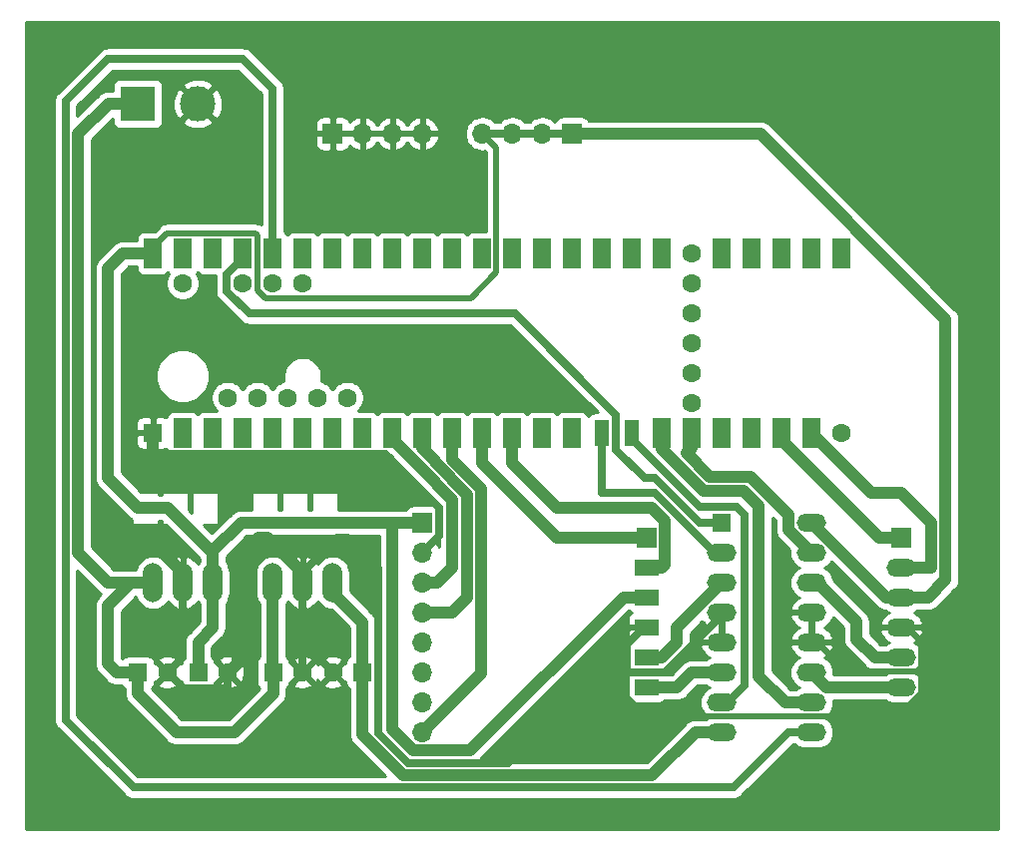
<source format=gbl>
G04 #@! TF.GenerationSoftware,KiCad,Pcbnew,(5.1.2)-2*
G04 #@! TF.CreationDate,2019-10-06T07:22:37-10:00*
G04 #@! TF.ProjectId,differential_robot(v1),64696666-6572-4656-9e74-69616c5f726f,rev?*
G04 #@! TF.SameCoordinates,Original*
G04 #@! TF.FileFunction,Copper,L2,Bot*
G04 #@! TF.FilePolarity,Positive*
%FSLAX46Y46*%
G04 Gerber Fmt 4.6, Leading zero omitted, Abs format (unit mm)*
G04 Created by KiCad (PCBNEW (5.1.2)-2) date 2019-10-06 07:22:37*
%MOMM*%
%LPD*%
G04 APERTURE LIST*
%ADD10R,1.600000X1.600000*%
%ADD11O,2.500000X1.500000*%
%ADD12C,1.600000*%
%ADD13R,1.700000X1.700000*%
%ADD14R,2.000000X1.400000*%
%ADD15R,3.000000X3.000000*%
%ADD16C,3.000000*%
%ADD17O,1.700000X1.700000*%
%ADD18R,1.500000X2.500000*%
%ADD19R,1.300000X2.200000*%
%ADD20O,1.676400X3.352800*%
%ADD21C,2.000000*%
%ADD22C,1.000000*%
%ADD23C,0.700000*%
%ADD24C,0.500000*%
%ADD25C,0.254000*%
G04 APERTURE END LIST*
D10*
X132080000Y-114300000D03*
D11*
X139700000Y-132080000D03*
X132080000Y-116840000D03*
X139700000Y-129540000D03*
X132080000Y-119380000D03*
X139700000Y-127000000D03*
X132080000Y-121920000D03*
X139700000Y-124460000D03*
X132080000Y-124460000D03*
X139700000Y-121920000D03*
X132080000Y-127000000D03*
X139700000Y-119380000D03*
X132080000Y-129540000D03*
X139700000Y-116840000D03*
X132080000Y-132080000D03*
X139700000Y-114300000D03*
D10*
X82550000Y-127000000D03*
D12*
X85050000Y-127000000D03*
X90170000Y-127000000D03*
D10*
X87670000Y-127000000D03*
X94020000Y-127000000D03*
D12*
X96520000Y-127000000D03*
X99100000Y-127000000D03*
D10*
X101600000Y-127000000D03*
D13*
X125730000Y-115570000D03*
D14*
X125730000Y-118110000D03*
X125730000Y-120650000D03*
X125730000Y-123190000D03*
X125730000Y-125730000D03*
X125730000Y-128270000D03*
D15*
X82550000Y-78740000D03*
D16*
X87630000Y-78740000D03*
D11*
X147320000Y-128270000D03*
X147320000Y-125730000D03*
X147320000Y-123190000D03*
X147320000Y-120650000D03*
X147320000Y-118110000D03*
D13*
X147320000Y-115570000D03*
X106680000Y-114300000D03*
D17*
X106680000Y-116840000D03*
X106680000Y-119380000D03*
X106680000Y-121920000D03*
X106680000Y-124460000D03*
X106680000Y-127000000D03*
X106680000Y-129540000D03*
X106680000Y-132080000D03*
D13*
X119380000Y-81280000D03*
D17*
X116840000Y-81280000D03*
X114300000Y-81280000D03*
X111760000Y-81280000D03*
X106680000Y-81280000D03*
X104140000Y-81280000D03*
X101600000Y-81280000D03*
D13*
X99060000Y-81280000D03*
D12*
X100330000Y-103680000D03*
X97790000Y-103680000D03*
X95250000Y-103680000D03*
X92710000Y-103680000D03*
X90170000Y-103680000D03*
X96520000Y-93980000D03*
X93980000Y-93980000D03*
X91440000Y-93980000D03*
X86360000Y-93980000D03*
D18*
X83820000Y-91440000D03*
X86360000Y-91440000D03*
X88900000Y-91440000D03*
X91440000Y-91440000D03*
X93980000Y-91440000D03*
X96520000Y-91440000D03*
X99060000Y-91440000D03*
X101600000Y-91440000D03*
X104140000Y-91440000D03*
X106680000Y-91440000D03*
X109220000Y-91440000D03*
X111760000Y-91440000D03*
X114300000Y-91440000D03*
X116840000Y-91440000D03*
X119380000Y-91440000D03*
X121920000Y-91440000D03*
D10*
X83820000Y-106680000D03*
D18*
X86360000Y-106680000D03*
X88900000Y-106680000D03*
X91440000Y-106680000D03*
X93980000Y-106680000D03*
X96520000Y-106680000D03*
X99060000Y-106680000D03*
X101600000Y-106680000D03*
X104140000Y-106680000D03*
X106680000Y-106680000D03*
X109220000Y-106680000D03*
X111760000Y-106680000D03*
X114300000Y-106680000D03*
X124460000Y-91440000D03*
X127000000Y-91440000D03*
D12*
X129540000Y-91440000D03*
D18*
X132080000Y-91440000D03*
X134620000Y-91440000D03*
X137160000Y-91440000D03*
X139700000Y-91440000D03*
X142240000Y-91440000D03*
D12*
X129540000Y-93980000D03*
X129540000Y-96520000D03*
X129540000Y-99060000D03*
X129540000Y-101600000D03*
X129540000Y-104140000D03*
X142240000Y-106680000D03*
D18*
X139700000Y-106680000D03*
X137160000Y-106680000D03*
X134620000Y-106680000D03*
X116840000Y-106680000D03*
X119380000Y-106680000D03*
D19*
X121920000Y-106680000D03*
D18*
X132080000Y-106680000D03*
X129540000Y-106680000D03*
X127000000Y-106680000D03*
D19*
X124460000Y-106680000D03*
D20*
X83820000Y-119380000D03*
X86360000Y-119380000D03*
X88900000Y-119380000D03*
X99060000Y-119380000D03*
X96520000Y-119380000D03*
X93980000Y-119380000D03*
D21*
X83820000Y-116001800D03*
X83820000Y-110490000D03*
D22*
X80010000Y-119380000D02*
X83820000Y-119380000D01*
X77470000Y-116840000D02*
X80010000Y-119380000D01*
X77470000Y-81320000D02*
X77470000Y-116840000D01*
X82550000Y-78740000D02*
X80050000Y-78740000D01*
X80050000Y-78740000D02*
X77470000Y-81320000D01*
X80750000Y-127000000D02*
X82550000Y-127000000D01*
X80010000Y-126260000D02*
X80750000Y-127000000D01*
X80010000Y-121351800D02*
X80010000Y-126260000D01*
X81981800Y-119380000D02*
X80010000Y-121351800D01*
X83820000Y-119380000D02*
X81981800Y-119380000D01*
X82550000Y-128800000D02*
X85830000Y-132080000D01*
X82550000Y-127000000D02*
X82550000Y-128800000D01*
X94020000Y-128800000D02*
X94020000Y-127000000D01*
X90740000Y-132080000D02*
X94020000Y-128800000D01*
X85830000Y-132080000D02*
X90740000Y-132080000D01*
X93980000Y-126960000D02*
X94020000Y-127000000D01*
X93980000Y-119380000D02*
X93980000Y-126960000D01*
D23*
X125430000Y-123190000D02*
X125730000Y-123190000D01*
X124030000Y-124590000D02*
X125430000Y-123190000D01*
X124030000Y-126720002D02*
X124030000Y-124590000D01*
X124289999Y-126980001D02*
X124030000Y-126720002D01*
X127234937Y-126980001D02*
X124289999Y-126980001D01*
X132080000Y-122134938D02*
X127234937Y-126980001D01*
X132080000Y-121920000D02*
X132080000Y-122134938D01*
D24*
X124030000Y-129080002D02*
X124030000Y-126720002D01*
X125690008Y-130740010D02*
X124030000Y-129080002D01*
X147047060Y-130740010D02*
X125690008Y-130740010D01*
X149020010Y-128767060D02*
X147047060Y-130740010D01*
X147820000Y-123190000D02*
X149020010Y-124390010D01*
X147320000Y-123190000D02*
X147820000Y-123190000D01*
X139700000Y-121920000D02*
X139700000Y-124460000D01*
X148659990Y-126930010D02*
X149020010Y-126569990D01*
X142670010Y-126930010D02*
X148659990Y-126930010D01*
X140200000Y-124460000D02*
X142670010Y-126930010D01*
X139700000Y-124460000D02*
X140200000Y-124460000D01*
X149020010Y-124390010D02*
X149020010Y-126569990D01*
X149020010Y-126569990D02*
X149020010Y-128767060D01*
X132080000Y-121920000D02*
X132080000Y-124460000D01*
D23*
X83820000Y-108180000D02*
X83820000Y-106680000D01*
X84120001Y-108480001D02*
X83820000Y-108180000D01*
X103550003Y-108480001D02*
X84120001Y-108480001D01*
X108080001Y-113009999D02*
X103550003Y-108480001D01*
X108080001Y-115439999D02*
X108080001Y-113009999D01*
X106680000Y-116840000D02*
X108080001Y-115439999D01*
X96520000Y-119380000D02*
X96520000Y-127000000D01*
X90170000Y-127000000D02*
X90170000Y-128270000D01*
X85849999Y-127799999D02*
X85050000Y-127000000D01*
X86400001Y-128350001D02*
X85849999Y-127799999D01*
X90089999Y-128350001D02*
X86400001Y-128350001D01*
X90170000Y-128270000D02*
X90089999Y-128350001D01*
X96520000Y-124420000D02*
X99100000Y-127000000D01*
X96520000Y-119380000D02*
X96520000Y-124420000D01*
X86360000Y-125690000D02*
X85050000Y-127000000D01*
X86360000Y-119380000D02*
X86360000Y-125690000D01*
D22*
X90969999Y-126200001D02*
X90170000Y-127000000D01*
X90969999Y-117372864D02*
X90969999Y-126200001D01*
X93548200Y-115570000D02*
X92772863Y-115570000D01*
X96520000Y-118541800D02*
X93548200Y-115570000D01*
D23*
X102950001Y-132128941D02*
X102950001Y-118190001D01*
X105501070Y-134680010D02*
X102950001Y-132128941D01*
X125430000Y-123190000D02*
X113939989Y-134680011D01*
X113939989Y-134680011D02*
X105501070Y-134680010D01*
X102950001Y-118190001D02*
X100330000Y-115570000D01*
X96520000Y-118541800D02*
X96520000Y-119380000D01*
X99491800Y-115570000D02*
X96520000Y-118541800D01*
X100330000Y-115570000D02*
X99491800Y-115570000D01*
D22*
X92772863Y-115570000D02*
X90969999Y-117372864D01*
X86360000Y-118541800D02*
X83820000Y-116001800D01*
X86360000Y-119380000D02*
X86360000Y-118541800D01*
X83820000Y-116001800D02*
X83820000Y-116001800D01*
X83820000Y-106680000D02*
X83820000Y-110490000D01*
X83820000Y-110490000D02*
X83820000Y-110490000D01*
X88900000Y-119380000D02*
X88900000Y-123190000D01*
X87670000Y-124420000D02*
X87670000Y-127000000D01*
X88900000Y-123190000D02*
X87670000Y-124420000D01*
X81280000Y-91440000D02*
X83820000Y-91440000D01*
X88900000Y-116840000D02*
X85090000Y-113030000D01*
X88900000Y-119380000D02*
X88900000Y-116840000D01*
X85090000Y-113030000D02*
X82550000Y-113030000D01*
X82550000Y-113030000D02*
X80010000Y-110490000D01*
X80010000Y-110490000D02*
X80010000Y-92710000D01*
X80010000Y-92710000D02*
X81280000Y-91440000D01*
X146050000Y-120650000D02*
X147320000Y-120650000D01*
X139700000Y-114300000D02*
X146050000Y-120650000D01*
D23*
X111760000Y-81280000D02*
X114300000Y-81280000D01*
X114300000Y-81280000D02*
X116840000Y-81280000D01*
X116840000Y-81280000D02*
X119380000Y-81280000D01*
D22*
X149570000Y-120650000D02*
X147320000Y-120650000D01*
X151060010Y-119159990D02*
X149570000Y-120650000D01*
X151060010Y-97000008D02*
X151060010Y-119159990D01*
X135340002Y-81280000D02*
X151060010Y-97000008D01*
X119380000Y-81280000D02*
X135340002Y-81280000D01*
X104830000Y-114300000D02*
X106680000Y-114300000D01*
D24*
X112609999Y-82129999D02*
X111760000Y-81280000D01*
X112960001Y-93050001D02*
X112960001Y-82480001D01*
X93379999Y-95230001D02*
X110780001Y-95230001D01*
X92729999Y-94580001D02*
X93379999Y-95230001D01*
X110780001Y-95230001D02*
X112960001Y-93050001D01*
X92729999Y-89919997D02*
X92729999Y-94580001D01*
X112960001Y-82480001D02*
X112609999Y-82129999D01*
X92550001Y-89739999D02*
X92729999Y-89919997D01*
X85020001Y-89739999D02*
X92550001Y-89739999D01*
X83820000Y-90940000D02*
X85020001Y-89739999D01*
X83820000Y-91440000D02*
X83820000Y-90940000D01*
D22*
X104140000Y-131834002D02*
X104140000Y-114300000D01*
X105935999Y-133630001D02*
X104140000Y-131834002D01*
X110749999Y-133630001D02*
X105935999Y-133630001D01*
X123730000Y-120650000D02*
X110749999Y-133630001D01*
X125730000Y-120650000D02*
X123730000Y-120650000D01*
X104140000Y-114300000D02*
X104830000Y-114300000D01*
X88900000Y-116703600D02*
X91303600Y-114300000D01*
X88900000Y-119380000D02*
X88900000Y-116703600D01*
X91303600Y-114300000D02*
X104140000Y-114300000D01*
X99060000Y-120218200D02*
X101600000Y-122758200D01*
X99060000Y-119380000D02*
X99060000Y-120218200D01*
X101600000Y-122758200D02*
X101600000Y-127000000D01*
X101600000Y-128800000D02*
X101600000Y-127000000D01*
X101600000Y-132263878D02*
X101600000Y-128800000D01*
X105066141Y-135730019D02*
X101600000Y-132263878D01*
X126179981Y-135730019D02*
X105066141Y-135730019D01*
X129830000Y-132080000D02*
X126179981Y-135730019D01*
X132080000Y-132080000D02*
X129830000Y-132080000D01*
X125730000Y-115570000D02*
X118110000Y-115570000D01*
X111760000Y-109220000D02*
X111760000Y-106680000D01*
X118110000Y-115570000D02*
X111760000Y-109220000D01*
X125730000Y-118110000D02*
X127000000Y-118110000D01*
X127280001Y-114159999D02*
X126150002Y-113030000D01*
X127000000Y-118110000D02*
X127280001Y-117829999D01*
X127280001Y-117829999D02*
X127280001Y-114159999D01*
X126150002Y-113030000D02*
X118110000Y-113030000D01*
X114300000Y-109220000D02*
X114300000Y-106680000D01*
X118110000Y-113030000D02*
X114300000Y-109220000D01*
X132080000Y-119380000D02*
X128270000Y-123190000D01*
X126932081Y-125730000D02*
X125730000Y-125730000D01*
X127000000Y-125730000D02*
X126932081Y-125730000D01*
X128270000Y-124460000D02*
X127000000Y-125730000D01*
X128270000Y-123190000D02*
X128270000Y-124460000D01*
X132080000Y-127000000D02*
X129540000Y-127000000D01*
X128270000Y-128270000D02*
X125730000Y-128270000D01*
X129540000Y-127000000D02*
X128270000Y-128270000D01*
X145070000Y-125730000D02*
X143510000Y-124170000D01*
X147320000Y-125730000D02*
X145070000Y-125730000D01*
X140200000Y-119380000D02*
X139700000Y-119380000D01*
X143510000Y-122690000D02*
X140200000Y-119380000D01*
X143510000Y-124170000D02*
X143510000Y-122690000D01*
X140970000Y-128270000D02*
X139700000Y-127000000D01*
X147320000Y-128270000D02*
X140970000Y-128270000D01*
X147320000Y-118110000D02*
X149860000Y-118110000D01*
X149860000Y-118110000D02*
X149860000Y-114300000D01*
X149860000Y-114300000D02*
X147320000Y-111760000D01*
X144780000Y-111760000D02*
X139700000Y-106680000D01*
X147320000Y-111760000D02*
X144780000Y-111760000D01*
X137160000Y-107260000D02*
X137160000Y-106680000D01*
X145470000Y-115570000D02*
X137160000Y-107260000D01*
X147320000Y-115570000D02*
X145470000Y-115570000D01*
X104140000Y-107180000D02*
X104140000Y-106680000D01*
X106680000Y-119380000D02*
X107950000Y-119380000D01*
X109220000Y-118110000D02*
X109220000Y-112324140D01*
X109220000Y-112324140D02*
X106569989Y-109674129D01*
X106569989Y-109674129D02*
X106569989Y-109609989D01*
X107950000Y-119380000D02*
X109220000Y-118110000D01*
X106569989Y-109609989D02*
X104140000Y-107180000D01*
X106680000Y-107950000D02*
X106680000Y-106680000D01*
X106680000Y-121920000D02*
X109220000Y-121920000D01*
X109220000Y-121920000D02*
X110490000Y-120650000D01*
X110490000Y-120650000D02*
X110490000Y-111897070D01*
X110490000Y-111897070D02*
X107769999Y-109177069D01*
X107769999Y-109177069D02*
X107769999Y-109039999D01*
X107769999Y-109039999D02*
X106680000Y-107950000D01*
X107529999Y-131230001D02*
X106680000Y-132080000D01*
X111690009Y-127069991D02*
X107529999Y-131230001D01*
X111690009Y-111400009D02*
X111690009Y-127069991D01*
X109220000Y-108930000D02*
X111690009Y-111400009D01*
X109220000Y-106680000D02*
X109220000Y-108930000D01*
D23*
X130177746Y-114300000D02*
X126367746Y-110490000D01*
X132080000Y-114300000D02*
X130177746Y-114300000D01*
X123120001Y-105139999D02*
X114500002Y-96520000D01*
X123120001Y-108080003D02*
X123120001Y-105139999D01*
X126367746Y-110490000D02*
X125529998Y-110490000D01*
X125529998Y-110490000D02*
X123120001Y-108080003D01*
X91440000Y-91890002D02*
X91440000Y-91440000D01*
X90089999Y-93240003D02*
X91440000Y-91890002D01*
X90089999Y-94628001D02*
X90089999Y-93240003D01*
X91981998Y-96520000D02*
X90089999Y-94628001D01*
X114500002Y-96520000D02*
X91981998Y-96520000D01*
X76419990Y-131029990D02*
X76419990Y-78520010D01*
X82170029Y-136780029D02*
X76419990Y-131029990D01*
X133049971Y-136780029D02*
X82170029Y-136780029D01*
X139700000Y-132080000D02*
X137750000Y-132080000D01*
X137750000Y-132080000D02*
X133049971Y-136780029D01*
X76419990Y-78520010D02*
X80010000Y-74930000D01*
X80010000Y-74930000D02*
X91440000Y-74930000D01*
X93980000Y-77470000D02*
X93980000Y-91440000D01*
X91440000Y-74930000D02*
X93980000Y-77470000D01*
X121920000Y-107950000D02*
X121920000Y-106680000D01*
X121920000Y-111760000D02*
X121920000Y-107950000D01*
X126364940Y-111760000D02*
X121920000Y-111760000D01*
X132080000Y-116840000D02*
X131444940Y-116840000D01*
X131444940Y-116840000D02*
X126364940Y-111760000D01*
D22*
X139700000Y-116840000D02*
X139200000Y-116840000D01*
X129540000Y-107180000D02*
X129540000Y-106680000D01*
X134529979Y-110399979D02*
X131074119Y-110399979D01*
X137749990Y-113619990D02*
X134529979Y-110399979D01*
X137749990Y-114900613D02*
X137749990Y-113619990D01*
X139700000Y-116840000D02*
X139689377Y-116840000D01*
X139689377Y-116840000D02*
X137749990Y-114900613D01*
X131074119Y-110399979D02*
X129082070Y-108407930D01*
X129540000Y-107950000D02*
X129540000Y-106680000D01*
X129082070Y-108407930D02*
X129540000Y-107950000D01*
X139700000Y-129540000D02*
X139200000Y-129540000D01*
X137450000Y-129540000D02*
X135230020Y-127320020D01*
X139700000Y-129540000D02*
X137450000Y-129540000D01*
X135230020Y-127320020D02*
X135230019Y-112892947D01*
X135230019Y-112892947D02*
X133937061Y-111599989D01*
X133937061Y-111599989D02*
X130577059Y-111599989D01*
X127000000Y-108022930D02*
X127000000Y-106680000D01*
X130577059Y-111599989D02*
X127000000Y-108022930D01*
D23*
X132580000Y-129540000D02*
X132080000Y-129540000D01*
X134030000Y-128090000D02*
X132580000Y-129540000D01*
X134030000Y-113659998D02*
X134030000Y-128090000D01*
X133320001Y-112949999D02*
X134030000Y-113659998D01*
X130229999Y-112949999D02*
X133320001Y-112949999D01*
X124460000Y-107180000D02*
X130229999Y-112949999D01*
X124460000Y-106680000D02*
X124460000Y-107180000D01*
D25*
G36*
X155550000Y-140310000D02*
G01*
X73050000Y-140310000D01*
X73050000Y-78520010D01*
X75430225Y-78520010D01*
X75434991Y-78568400D01*
X75434990Y-130981610D01*
X75430225Y-131029990D01*
X75438032Y-131109253D01*
X75449243Y-131223083D01*
X75505566Y-131408756D01*
X75597030Y-131579874D01*
X75720120Y-131729860D01*
X75757706Y-131760706D01*
X81439313Y-137442313D01*
X81470159Y-137479899D01*
X81620145Y-137602989D01*
X81791262Y-137694453D01*
X81976935Y-137750776D01*
X82170028Y-137769794D01*
X82218408Y-137765029D01*
X133001591Y-137765029D01*
X133049971Y-137769794D01*
X133098351Y-137765029D01*
X133243065Y-137750776D01*
X133428738Y-137694453D01*
X133599855Y-137602989D01*
X133749841Y-137479899D01*
X133780687Y-137442313D01*
X138158001Y-133065000D01*
X138217039Y-133065000D01*
X138426812Y-133237157D01*
X138667419Y-133365764D01*
X138928493Y-133444960D01*
X139131963Y-133465000D01*
X140268037Y-133465000D01*
X140471507Y-133444960D01*
X140732581Y-133365764D01*
X140973188Y-133237157D01*
X141184081Y-133064081D01*
X141357157Y-132853188D01*
X141485764Y-132612581D01*
X141564960Y-132351507D01*
X141591701Y-132080000D01*
X141564960Y-131808493D01*
X141485764Y-131547419D01*
X141357157Y-131306812D01*
X141184081Y-131095919D01*
X140973188Y-130922843D01*
X140762073Y-130810000D01*
X140973188Y-130697157D01*
X141184081Y-130524081D01*
X141357157Y-130313188D01*
X141485764Y-130072581D01*
X141564960Y-129811507D01*
X141591701Y-129540000D01*
X141578405Y-129405000D01*
X146019814Y-129405000D01*
X146046812Y-129427157D01*
X146287419Y-129555764D01*
X146548493Y-129634960D01*
X146751963Y-129655000D01*
X147888037Y-129655000D01*
X148091507Y-129634960D01*
X148352581Y-129555764D01*
X148593188Y-129427157D01*
X148804081Y-129254081D01*
X148977157Y-129043188D01*
X149105764Y-128802581D01*
X149184960Y-128541507D01*
X149211701Y-128270000D01*
X149184960Y-127998493D01*
X149105764Y-127737419D01*
X148977157Y-127496812D01*
X148804081Y-127285919D01*
X148593188Y-127112843D01*
X148382073Y-127000000D01*
X148593188Y-126887157D01*
X148804081Y-126714081D01*
X148977157Y-126503188D01*
X149105764Y-126262581D01*
X149184960Y-126001507D01*
X149211701Y-125730000D01*
X149184960Y-125458493D01*
X149105764Y-125197419D01*
X148977157Y-124956812D01*
X148804081Y-124745919D01*
X148593188Y-124572843D01*
X148377422Y-124457514D01*
X148467349Y-124420972D01*
X148695061Y-124271028D01*
X148889145Y-124079540D01*
X149042142Y-123853868D01*
X149148173Y-123602684D01*
X149162318Y-123531185D01*
X149039656Y-123317000D01*
X147447000Y-123317000D01*
X147447000Y-123337000D01*
X147193000Y-123337000D01*
X147193000Y-123317000D01*
X145600344Y-123317000D01*
X145477682Y-123531185D01*
X145491827Y-123602684D01*
X145597858Y-123853868D01*
X145750855Y-124079540D01*
X145944939Y-124271028D01*
X146172651Y-124420972D01*
X146262578Y-124457514D01*
X146046812Y-124572843D01*
X146019814Y-124595000D01*
X145540132Y-124595000D01*
X144645000Y-123699869D01*
X144645000Y-122745752D01*
X144650491Y-122690000D01*
X144628577Y-122467501D01*
X144563676Y-122253553D01*
X144458284Y-122056377D01*
X144402227Y-121988072D01*
X144316449Y-121883551D01*
X144273141Y-121848009D01*
X141568383Y-119143252D01*
X141564960Y-119108493D01*
X141485764Y-118847419D01*
X141357157Y-118606812D01*
X141184081Y-118395919D01*
X140973188Y-118222843D01*
X140762073Y-118110000D01*
X140973188Y-117997157D01*
X141184081Y-117824081D01*
X141357157Y-117613188D01*
X141374887Y-117580018D01*
X145208009Y-121413141D01*
X145243551Y-121456449D01*
X145416377Y-121598284D01*
X145613553Y-121703676D01*
X145777705Y-121753471D01*
X145827500Y-121768577D01*
X146023300Y-121787861D01*
X146046812Y-121807157D01*
X146262578Y-121922486D01*
X146172651Y-121959028D01*
X145944939Y-122108972D01*
X145750855Y-122300460D01*
X145597858Y-122526132D01*
X145491827Y-122777316D01*
X145477682Y-122848815D01*
X145600344Y-123063000D01*
X147193000Y-123063000D01*
X147193000Y-123043000D01*
X147447000Y-123043000D01*
X147447000Y-123063000D01*
X149039656Y-123063000D01*
X149162318Y-122848815D01*
X149148173Y-122777316D01*
X149042142Y-122526132D01*
X148889145Y-122300460D01*
X148695061Y-122108972D01*
X148467349Y-121959028D01*
X148377422Y-121922486D01*
X148593188Y-121807157D01*
X148620186Y-121785000D01*
X149514249Y-121785000D01*
X149570000Y-121790491D01*
X149625751Y-121785000D01*
X149625752Y-121785000D01*
X149792499Y-121768577D01*
X150006447Y-121703676D01*
X150203623Y-121598284D01*
X150376449Y-121456449D01*
X150411996Y-121413135D01*
X151823150Y-120001982D01*
X151866459Y-119966439D01*
X152008294Y-119793613D01*
X152113686Y-119596437D01*
X152178587Y-119382489D01*
X152195010Y-119215742D01*
X152195010Y-119215733D01*
X152200500Y-119159991D01*
X152195010Y-119104249D01*
X152195010Y-97055760D01*
X152200501Y-97000008D01*
X152178587Y-96777509D01*
X152113686Y-96563561D01*
X152008294Y-96366385D01*
X151901999Y-96236864D01*
X151901997Y-96236862D01*
X151866459Y-96193559D01*
X151823156Y-96158021D01*
X136181998Y-80516865D01*
X136146451Y-80473551D01*
X135973625Y-80331716D01*
X135776449Y-80226324D01*
X135562501Y-80161423D01*
X135395754Y-80145000D01*
X135395753Y-80145000D01*
X135340002Y-80139509D01*
X135284251Y-80145000D01*
X120797683Y-80145000D01*
X120760537Y-80075506D01*
X120681185Y-79978815D01*
X120584494Y-79899463D01*
X120474180Y-79840498D01*
X120354482Y-79804188D01*
X120230000Y-79791928D01*
X118530000Y-79791928D01*
X118405518Y-79804188D01*
X118285820Y-79840498D01*
X118175506Y-79899463D01*
X118078815Y-79978815D01*
X117999463Y-80075506D01*
X117940498Y-80185820D01*
X117919607Y-80254687D01*
X117895134Y-80224866D01*
X117669014Y-80039294D01*
X117411034Y-79901401D01*
X117131111Y-79816487D01*
X116912950Y-79795000D01*
X116767050Y-79795000D01*
X116548889Y-79816487D01*
X116268966Y-79901401D01*
X116010986Y-80039294D01*
X115784866Y-80224866D01*
X115727308Y-80295000D01*
X115412692Y-80295000D01*
X115355134Y-80224866D01*
X115129014Y-80039294D01*
X114871034Y-79901401D01*
X114591111Y-79816487D01*
X114372950Y-79795000D01*
X114227050Y-79795000D01*
X114008889Y-79816487D01*
X113728966Y-79901401D01*
X113470986Y-80039294D01*
X113244866Y-80224866D01*
X113187308Y-80295000D01*
X112872692Y-80295000D01*
X112815134Y-80224866D01*
X112589014Y-80039294D01*
X112331034Y-79901401D01*
X112051111Y-79816487D01*
X111832950Y-79795000D01*
X111687050Y-79795000D01*
X111468889Y-79816487D01*
X111188966Y-79901401D01*
X110930986Y-80039294D01*
X110704866Y-80224866D01*
X110519294Y-80450986D01*
X110381401Y-80708966D01*
X110296487Y-80988889D01*
X110267815Y-81280000D01*
X110296487Y-81571111D01*
X110381401Y-81851034D01*
X110519294Y-82109014D01*
X110704866Y-82335134D01*
X110930986Y-82520706D01*
X111188966Y-82658599D01*
X111468889Y-82743513D01*
X111687050Y-82765000D01*
X111832950Y-82765000D01*
X111979033Y-82750612D01*
X112014952Y-82786531D01*
X112014958Y-82786536D01*
X112075002Y-82846580D01*
X112075001Y-89551928D01*
X111010000Y-89551928D01*
X110885518Y-89564188D01*
X110765820Y-89600498D01*
X110655506Y-89659463D01*
X110558815Y-89738815D01*
X110490000Y-89822667D01*
X110421185Y-89738815D01*
X110324494Y-89659463D01*
X110214180Y-89600498D01*
X110094482Y-89564188D01*
X109970000Y-89551928D01*
X108470000Y-89551928D01*
X108345518Y-89564188D01*
X108225820Y-89600498D01*
X108115506Y-89659463D01*
X108018815Y-89738815D01*
X107950000Y-89822667D01*
X107881185Y-89738815D01*
X107784494Y-89659463D01*
X107674180Y-89600498D01*
X107554482Y-89564188D01*
X107430000Y-89551928D01*
X105930000Y-89551928D01*
X105805518Y-89564188D01*
X105685820Y-89600498D01*
X105575506Y-89659463D01*
X105478815Y-89738815D01*
X105410000Y-89822667D01*
X105341185Y-89738815D01*
X105244494Y-89659463D01*
X105134180Y-89600498D01*
X105014482Y-89564188D01*
X104890000Y-89551928D01*
X103390000Y-89551928D01*
X103265518Y-89564188D01*
X103145820Y-89600498D01*
X103035506Y-89659463D01*
X102938815Y-89738815D01*
X102870000Y-89822667D01*
X102801185Y-89738815D01*
X102704494Y-89659463D01*
X102594180Y-89600498D01*
X102474482Y-89564188D01*
X102350000Y-89551928D01*
X100850000Y-89551928D01*
X100725518Y-89564188D01*
X100605820Y-89600498D01*
X100495506Y-89659463D01*
X100398815Y-89738815D01*
X100330000Y-89822667D01*
X100261185Y-89738815D01*
X100164494Y-89659463D01*
X100054180Y-89600498D01*
X99934482Y-89564188D01*
X99810000Y-89551928D01*
X98310000Y-89551928D01*
X98185518Y-89564188D01*
X98065820Y-89600498D01*
X97955506Y-89659463D01*
X97858815Y-89738815D01*
X97790000Y-89822667D01*
X97721185Y-89738815D01*
X97624494Y-89659463D01*
X97514180Y-89600498D01*
X97394482Y-89564188D01*
X97270000Y-89551928D01*
X95770000Y-89551928D01*
X95645518Y-89564188D01*
X95525820Y-89600498D01*
X95415506Y-89659463D01*
X95318815Y-89738815D01*
X95250000Y-89822667D01*
X95181185Y-89738815D01*
X95084494Y-89659463D01*
X94974180Y-89600498D01*
X94965000Y-89597713D01*
X94965000Y-82130000D01*
X97571928Y-82130000D01*
X97584188Y-82254482D01*
X97620498Y-82374180D01*
X97679463Y-82484494D01*
X97758815Y-82581185D01*
X97855506Y-82660537D01*
X97965820Y-82719502D01*
X98085518Y-82755812D01*
X98210000Y-82768072D01*
X98774250Y-82765000D01*
X98933000Y-82606250D01*
X98933000Y-81407000D01*
X99187000Y-81407000D01*
X99187000Y-82606250D01*
X99345750Y-82765000D01*
X99910000Y-82768072D01*
X100034482Y-82755812D01*
X100154180Y-82719502D01*
X100264494Y-82660537D01*
X100361185Y-82581185D01*
X100440537Y-82484494D01*
X100499502Y-82374180D01*
X100523966Y-82293534D01*
X100599731Y-82377588D01*
X100833080Y-82551641D01*
X101095901Y-82676825D01*
X101243110Y-82721476D01*
X101473000Y-82600155D01*
X101473000Y-81407000D01*
X101727000Y-81407000D01*
X101727000Y-82600155D01*
X101956890Y-82721476D01*
X102104099Y-82676825D01*
X102366920Y-82551641D01*
X102600269Y-82377588D01*
X102795178Y-82161355D01*
X102870000Y-82035745D01*
X102944822Y-82161355D01*
X103139731Y-82377588D01*
X103373080Y-82551641D01*
X103635901Y-82676825D01*
X103783110Y-82721476D01*
X104013000Y-82600155D01*
X104013000Y-81407000D01*
X104267000Y-81407000D01*
X104267000Y-82600155D01*
X104496890Y-82721476D01*
X104644099Y-82676825D01*
X104906920Y-82551641D01*
X105140269Y-82377588D01*
X105335178Y-82161355D01*
X105410000Y-82035745D01*
X105484822Y-82161355D01*
X105679731Y-82377588D01*
X105913080Y-82551641D01*
X106175901Y-82676825D01*
X106323110Y-82721476D01*
X106553000Y-82600155D01*
X106553000Y-81407000D01*
X106807000Y-81407000D01*
X106807000Y-82600155D01*
X107036890Y-82721476D01*
X107184099Y-82676825D01*
X107446920Y-82551641D01*
X107680269Y-82377588D01*
X107875178Y-82161355D01*
X108024157Y-81911252D01*
X108121481Y-81636891D01*
X108000814Y-81407000D01*
X106807000Y-81407000D01*
X106553000Y-81407000D01*
X104267000Y-81407000D01*
X104013000Y-81407000D01*
X101727000Y-81407000D01*
X101473000Y-81407000D01*
X99187000Y-81407000D01*
X98933000Y-81407000D01*
X97733750Y-81407000D01*
X97575000Y-81565750D01*
X97571928Y-82130000D01*
X94965000Y-82130000D01*
X94965000Y-80430000D01*
X97571928Y-80430000D01*
X97575000Y-80994250D01*
X97733750Y-81153000D01*
X98933000Y-81153000D01*
X98933000Y-79953750D01*
X99187000Y-79953750D01*
X99187000Y-81153000D01*
X101473000Y-81153000D01*
X101473000Y-79959845D01*
X101727000Y-79959845D01*
X101727000Y-81153000D01*
X104013000Y-81153000D01*
X104013000Y-79959845D01*
X104267000Y-79959845D01*
X104267000Y-81153000D01*
X106553000Y-81153000D01*
X106553000Y-79959845D01*
X106807000Y-79959845D01*
X106807000Y-81153000D01*
X108000814Y-81153000D01*
X108121481Y-80923109D01*
X108024157Y-80648748D01*
X107875178Y-80398645D01*
X107680269Y-80182412D01*
X107446920Y-80008359D01*
X107184099Y-79883175D01*
X107036890Y-79838524D01*
X106807000Y-79959845D01*
X106553000Y-79959845D01*
X106323110Y-79838524D01*
X106175901Y-79883175D01*
X105913080Y-80008359D01*
X105679731Y-80182412D01*
X105484822Y-80398645D01*
X105410000Y-80524255D01*
X105335178Y-80398645D01*
X105140269Y-80182412D01*
X104906920Y-80008359D01*
X104644099Y-79883175D01*
X104496890Y-79838524D01*
X104267000Y-79959845D01*
X104013000Y-79959845D01*
X103783110Y-79838524D01*
X103635901Y-79883175D01*
X103373080Y-80008359D01*
X103139731Y-80182412D01*
X102944822Y-80398645D01*
X102870000Y-80524255D01*
X102795178Y-80398645D01*
X102600269Y-80182412D01*
X102366920Y-80008359D01*
X102104099Y-79883175D01*
X101956890Y-79838524D01*
X101727000Y-79959845D01*
X101473000Y-79959845D01*
X101243110Y-79838524D01*
X101095901Y-79883175D01*
X100833080Y-80008359D01*
X100599731Y-80182412D01*
X100523966Y-80266466D01*
X100499502Y-80185820D01*
X100440537Y-80075506D01*
X100361185Y-79978815D01*
X100264494Y-79899463D01*
X100154180Y-79840498D01*
X100034482Y-79804188D01*
X99910000Y-79791928D01*
X99345750Y-79795000D01*
X99187000Y-79953750D01*
X98933000Y-79953750D01*
X98774250Y-79795000D01*
X98210000Y-79791928D01*
X98085518Y-79804188D01*
X97965820Y-79840498D01*
X97855506Y-79899463D01*
X97758815Y-79978815D01*
X97679463Y-80075506D01*
X97620498Y-80185820D01*
X97584188Y-80305518D01*
X97571928Y-80430000D01*
X94965000Y-80430000D01*
X94965000Y-77518377D01*
X94969765Y-77469999D01*
X94965000Y-77421620D01*
X94950747Y-77276906D01*
X94894424Y-77091233D01*
X94802960Y-76920116D01*
X94679870Y-76770130D01*
X94642284Y-76739284D01*
X92170716Y-74267716D01*
X92139870Y-74230130D01*
X91989884Y-74107040D01*
X91818767Y-74015576D01*
X91633094Y-73959253D01*
X91488380Y-73945000D01*
X91440000Y-73940235D01*
X91391620Y-73945000D01*
X80058380Y-73945000D01*
X80010000Y-73940235D01*
X79961620Y-73945000D01*
X79816906Y-73959253D01*
X79631233Y-74015576D01*
X79460116Y-74107040D01*
X79310130Y-74230130D01*
X79279289Y-74267710D01*
X75757701Y-77789299D01*
X75720121Y-77820140D01*
X75597031Y-77970126D01*
X75548142Y-78061591D01*
X75505566Y-78141244D01*
X75449243Y-78326917D01*
X75430225Y-78520010D01*
X73050000Y-78520010D01*
X73050000Y-71780000D01*
X155550001Y-71780000D01*
X155550000Y-140310000D01*
X155550000Y-140310000D01*
G37*
X155550000Y-140310000D02*
X73050000Y-140310000D01*
X73050000Y-78520010D01*
X75430225Y-78520010D01*
X75434991Y-78568400D01*
X75434990Y-130981610D01*
X75430225Y-131029990D01*
X75438032Y-131109253D01*
X75449243Y-131223083D01*
X75505566Y-131408756D01*
X75597030Y-131579874D01*
X75720120Y-131729860D01*
X75757706Y-131760706D01*
X81439313Y-137442313D01*
X81470159Y-137479899D01*
X81620145Y-137602989D01*
X81791262Y-137694453D01*
X81976935Y-137750776D01*
X82170028Y-137769794D01*
X82218408Y-137765029D01*
X133001591Y-137765029D01*
X133049971Y-137769794D01*
X133098351Y-137765029D01*
X133243065Y-137750776D01*
X133428738Y-137694453D01*
X133599855Y-137602989D01*
X133749841Y-137479899D01*
X133780687Y-137442313D01*
X138158001Y-133065000D01*
X138217039Y-133065000D01*
X138426812Y-133237157D01*
X138667419Y-133365764D01*
X138928493Y-133444960D01*
X139131963Y-133465000D01*
X140268037Y-133465000D01*
X140471507Y-133444960D01*
X140732581Y-133365764D01*
X140973188Y-133237157D01*
X141184081Y-133064081D01*
X141357157Y-132853188D01*
X141485764Y-132612581D01*
X141564960Y-132351507D01*
X141591701Y-132080000D01*
X141564960Y-131808493D01*
X141485764Y-131547419D01*
X141357157Y-131306812D01*
X141184081Y-131095919D01*
X140973188Y-130922843D01*
X140762073Y-130810000D01*
X140973188Y-130697157D01*
X141184081Y-130524081D01*
X141357157Y-130313188D01*
X141485764Y-130072581D01*
X141564960Y-129811507D01*
X141591701Y-129540000D01*
X141578405Y-129405000D01*
X146019814Y-129405000D01*
X146046812Y-129427157D01*
X146287419Y-129555764D01*
X146548493Y-129634960D01*
X146751963Y-129655000D01*
X147888037Y-129655000D01*
X148091507Y-129634960D01*
X148352581Y-129555764D01*
X148593188Y-129427157D01*
X148804081Y-129254081D01*
X148977157Y-129043188D01*
X149105764Y-128802581D01*
X149184960Y-128541507D01*
X149211701Y-128270000D01*
X149184960Y-127998493D01*
X149105764Y-127737419D01*
X148977157Y-127496812D01*
X148804081Y-127285919D01*
X148593188Y-127112843D01*
X148382073Y-127000000D01*
X148593188Y-126887157D01*
X148804081Y-126714081D01*
X148977157Y-126503188D01*
X149105764Y-126262581D01*
X149184960Y-126001507D01*
X149211701Y-125730000D01*
X149184960Y-125458493D01*
X149105764Y-125197419D01*
X148977157Y-124956812D01*
X148804081Y-124745919D01*
X148593188Y-124572843D01*
X148377422Y-124457514D01*
X148467349Y-124420972D01*
X148695061Y-124271028D01*
X148889145Y-124079540D01*
X149042142Y-123853868D01*
X149148173Y-123602684D01*
X149162318Y-123531185D01*
X149039656Y-123317000D01*
X147447000Y-123317000D01*
X147447000Y-123337000D01*
X147193000Y-123337000D01*
X147193000Y-123317000D01*
X145600344Y-123317000D01*
X145477682Y-123531185D01*
X145491827Y-123602684D01*
X145597858Y-123853868D01*
X145750855Y-124079540D01*
X145944939Y-124271028D01*
X146172651Y-124420972D01*
X146262578Y-124457514D01*
X146046812Y-124572843D01*
X146019814Y-124595000D01*
X145540132Y-124595000D01*
X144645000Y-123699869D01*
X144645000Y-122745752D01*
X144650491Y-122690000D01*
X144628577Y-122467501D01*
X144563676Y-122253553D01*
X144458284Y-122056377D01*
X144402227Y-121988072D01*
X144316449Y-121883551D01*
X144273141Y-121848009D01*
X141568383Y-119143252D01*
X141564960Y-119108493D01*
X141485764Y-118847419D01*
X141357157Y-118606812D01*
X141184081Y-118395919D01*
X140973188Y-118222843D01*
X140762073Y-118110000D01*
X140973188Y-117997157D01*
X141184081Y-117824081D01*
X141357157Y-117613188D01*
X141374887Y-117580018D01*
X145208009Y-121413141D01*
X145243551Y-121456449D01*
X145416377Y-121598284D01*
X145613553Y-121703676D01*
X145777705Y-121753471D01*
X145827500Y-121768577D01*
X146023300Y-121787861D01*
X146046812Y-121807157D01*
X146262578Y-121922486D01*
X146172651Y-121959028D01*
X145944939Y-122108972D01*
X145750855Y-122300460D01*
X145597858Y-122526132D01*
X145491827Y-122777316D01*
X145477682Y-122848815D01*
X145600344Y-123063000D01*
X147193000Y-123063000D01*
X147193000Y-123043000D01*
X147447000Y-123043000D01*
X147447000Y-123063000D01*
X149039656Y-123063000D01*
X149162318Y-122848815D01*
X149148173Y-122777316D01*
X149042142Y-122526132D01*
X148889145Y-122300460D01*
X148695061Y-122108972D01*
X148467349Y-121959028D01*
X148377422Y-121922486D01*
X148593188Y-121807157D01*
X148620186Y-121785000D01*
X149514249Y-121785000D01*
X149570000Y-121790491D01*
X149625751Y-121785000D01*
X149625752Y-121785000D01*
X149792499Y-121768577D01*
X150006447Y-121703676D01*
X150203623Y-121598284D01*
X150376449Y-121456449D01*
X150411996Y-121413135D01*
X151823150Y-120001982D01*
X151866459Y-119966439D01*
X152008294Y-119793613D01*
X152113686Y-119596437D01*
X152178587Y-119382489D01*
X152195010Y-119215742D01*
X152195010Y-119215733D01*
X152200500Y-119159991D01*
X152195010Y-119104249D01*
X152195010Y-97055760D01*
X152200501Y-97000008D01*
X152178587Y-96777509D01*
X152113686Y-96563561D01*
X152008294Y-96366385D01*
X151901999Y-96236864D01*
X151901997Y-96236862D01*
X151866459Y-96193559D01*
X151823156Y-96158021D01*
X136181998Y-80516865D01*
X136146451Y-80473551D01*
X135973625Y-80331716D01*
X135776449Y-80226324D01*
X135562501Y-80161423D01*
X135395754Y-80145000D01*
X135395753Y-80145000D01*
X135340002Y-80139509D01*
X135284251Y-80145000D01*
X120797683Y-80145000D01*
X120760537Y-80075506D01*
X120681185Y-79978815D01*
X120584494Y-79899463D01*
X120474180Y-79840498D01*
X120354482Y-79804188D01*
X120230000Y-79791928D01*
X118530000Y-79791928D01*
X118405518Y-79804188D01*
X118285820Y-79840498D01*
X118175506Y-79899463D01*
X118078815Y-79978815D01*
X117999463Y-80075506D01*
X117940498Y-80185820D01*
X117919607Y-80254687D01*
X117895134Y-80224866D01*
X117669014Y-80039294D01*
X117411034Y-79901401D01*
X117131111Y-79816487D01*
X116912950Y-79795000D01*
X116767050Y-79795000D01*
X116548889Y-79816487D01*
X116268966Y-79901401D01*
X116010986Y-80039294D01*
X115784866Y-80224866D01*
X115727308Y-80295000D01*
X115412692Y-80295000D01*
X115355134Y-80224866D01*
X115129014Y-80039294D01*
X114871034Y-79901401D01*
X114591111Y-79816487D01*
X114372950Y-79795000D01*
X114227050Y-79795000D01*
X114008889Y-79816487D01*
X113728966Y-79901401D01*
X113470986Y-80039294D01*
X113244866Y-80224866D01*
X113187308Y-80295000D01*
X112872692Y-80295000D01*
X112815134Y-80224866D01*
X112589014Y-80039294D01*
X112331034Y-79901401D01*
X112051111Y-79816487D01*
X111832950Y-79795000D01*
X111687050Y-79795000D01*
X111468889Y-79816487D01*
X111188966Y-79901401D01*
X110930986Y-80039294D01*
X110704866Y-80224866D01*
X110519294Y-80450986D01*
X110381401Y-80708966D01*
X110296487Y-80988889D01*
X110267815Y-81280000D01*
X110296487Y-81571111D01*
X110381401Y-81851034D01*
X110519294Y-82109014D01*
X110704866Y-82335134D01*
X110930986Y-82520706D01*
X111188966Y-82658599D01*
X111468889Y-82743513D01*
X111687050Y-82765000D01*
X111832950Y-82765000D01*
X111979033Y-82750612D01*
X112014952Y-82786531D01*
X112014958Y-82786536D01*
X112075002Y-82846580D01*
X112075001Y-89551928D01*
X111010000Y-89551928D01*
X110885518Y-89564188D01*
X110765820Y-89600498D01*
X110655506Y-89659463D01*
X110558815Y-89738815D01*
X110490000Y-89822667D01*
X110421185Y-89738815D01*
X110324494Y-89659463D01*
X110214180Y-89600498D01*
X110094482Y-89564188D01*
X109970000Y-89551928D01*
X108470000Y-89551928D01*
X108345518Y-89564188D01*
X108225820Y-89600498D01*
X108115506Y-89659463D01*
X108018815Y-89738815D01*
X107950000Y-89822667D01*
X107881185Y-89738815D01*
X107784494Y-89659463D01*
X107674180Y-89600498D01*
X107554482Y-89564188D01*
X107430000Y-89551928D01*
X105930000Y-89551928D01*
X105805518Y-89564188D01*
X105685820Y-89600498D01*
X105575506Y-89659463D01*
X105478815Y-89738815D01*
X105410000Y-89822667D01*
X105341185Y-89738815D01*
X105244494Y-89659463D01*
X105134180Y-89600498D01*
X105014482Y-89564188D01*
X104890000Y-89551928D01*
X103390000Y-89551928D01*
X103265518Y-89564188D01*
X103145820Y-89600498D01*
X103035506Y-89659463D01*
X102938815Y-89738815D01*
X102870000Y-89822667D01*
X102801185Y-89738815D01*
X102704494Y-89659463D01*
X102594180Y-89600498D01*
X102474482Y-89564188D01*
X102350000Y-89551928D01*
X100850000Y-89551928D01*
X100725518Y-89564188D01*
X100605820Y-89600498D01*
X100495506Y-89659463D01*
X100398815Y-89738815D01*
X100330000Y-89822667D01*
X100261185Y-89738815D01*
X100164494Y-89659463D01*
X100054180Y-89600498D01*
X99934482Y-89564188D01*
X99810000Y-89551928D01*
X98310000Y-89551928D01*
X98185518Y-89564188D01*
X98065820Y-89600498D01*
X97955506Y-89659463D01*
X97858815Y-89738815D01*
X97790000Y-89822667D01*
X97721185Y-89738815D01*
X97624494Y-89659463D01*
X97514180Y-89600498D01*
X97394482Y-89564188D01*
X97270000Y-89551928D01*
X95770000Y-89551928D01*
X95645518Y-89564188D01*
X95525820Y-89600498D01*
X95415506Y-89659463D01*
X95318815Y-89738815D01*
X95250000Y-89822667D01*
X95181185Y-89738815D01*
X95084494Y-89659463D01*
X94974180Y-89600498D01*
X94965000Y-89597713D01*
X94965000Y-82130000D01*
X97571928Y-82130000D01*
X97584188Y-82254482D01*
X97620498Y-82374180D01*
X97679463Y-82484494D01*
X97758815Y-82581185D01*
X97855506Y-82660537D01*
X97965820Y-82719502D01*
X98085518Y-82755812D01*
X98210000Y-82768072D01*
X98774250Y-82765000D01*
X98933000Y-82606250D01*
X98933000Y-81407000D01*
X99187000Y-81407000D01*
X99187000Y-82606250D01*
X99345750Y-82765000D01*
X99910000Y-82768072D01*
X100034482Y-82755812D01*
X100154180Y-82719502D01*
X100264494Y-82660537D01*
X100361185Y-82581185D01*
X100440537Y-82484494D01*
X100499502Y-82374180D01*
X100523966Y-82293534D01*
X100599731Y-82377588D01*
X100833080Y-82551641D01*
X101095901Y-82676825D01*
X101243110Y-82721476D01*
X101473000Y-82600155D01*
X101473000Y-81407000D01*
X101727000Y-81407000D01*
X101727000Y-82600155D01*
X101956890Y-82721476D01*
X102104099Y-82676825D01*
X102366920Y-82551641D01*
X102600269Y-82377588D01*
X102795178Y-82161355D01*
X102870000Y-82035745D01*
X102944822Y-82161355D01*
X103139731Y-82377588D01*
X103373080Y-82551641D01*
X103635901Y-82676825D01*
X103783110Y-82721476D01*
X104013000Y-82600155D01*
X104013000Y-81407000D01*
X104267000Y-81407000D01*
X104267000Y-82600155D01*
X104496890Y-82721476D01*
X104644099Y-82676825D01*
X104906920Y-82551641D01*
X105140269Y-82377588D01*
X105335178Y-82161355D01*
X105410000Y-82035745D01*
X105484822Y-82161355D01*
X105679731Y-82377588D01*
X105913080Y-82551641D01*
X106175901Y-82676825D01*
X106323110Y-82721476D01*
X106553000Y-82600155D01*
X106553000Y-81407000D01*
X106807000Y-81407000D01*
X106807000Y-82600155D01*
X107036890Y-82721476D01*
X107184099Y-82676825D01*
X107446920Y-82551641D01*
X107680269Y-82377588D01*
X107875178Y-82161355D01*
X108024157Y-81911252D01*
X108121481Y-81636891D01*
X108000814Y-81407000D01*
X106807000Y-81407000D01*
X106553000Y-81407000D01*
X104267000Y-81407000D01*
X104013000Y-81407000D01*
X101727000Y-81407000D01*
X101473000Y-81407000D01*
X99187000Y-81407000D01*
X98933000Y-81407000D01*
X97733750Y-81407000D01*
X97575000Y-81565750D01*
X97571928Y-82130000D01*
X94965000Y-82130000D01*
X94965000Y-80430000D01*
X97571928Y-80430000D01*
X97575000Y-80994250D01*
X97733750Y-81153000D01*
X98933000Y-81153000D01*
X98933000Y-79953750D01*
X99187000Y-79953750D01*
X99187000Y-81153000D01*
X101473000Y-81153000D01*
X101473000Y-79959845D01*
X101727000Y-79959845D01*
X101727000Y-81153000D01*
X104013000Y-81153000D01*
X104013000Y-79959845D01*
X104267000Y-79959845D01*
X104267000Y-81153000D01*
X106553000Y-81153000D01*
X106553000Y-79959845D01*
X106807000Y-79959845D01*
X106807000Y-81153000D01*
X108000814Y-81153000D01*
X108121481Y-80923109D01*
X108024157Y-80648748D01*
X107875178Y-80398645D01*
X107680269Y-80182412D01*
X107446920Y-80008359D01*
X107184099Y-79883175D01*
X107036890Y-79838524D01*
X106807000Y-79959845D01*
X106553000Y-79959845D01*
X106323110Y-79838524D01*
X106175901Y-79883175D01*
X105913080Y-80008359D01*
X105679731Y-80182412D01*
X105484822Y-80398645D01*
X105410000Y-80524255D01*
X105335178Y-80398645D01*
X105140269Y-80182412D01*
X104906920Y-80008359D01*
X104644099Y-79883175D01*
X104496890Y-79838524D01*
X104267000Y-79959845D01*
X104013000Y-79959845D01*
X103783110Y-79838524D01*
X103635901Y-79883175D01*
X103373080Y-80008359D01*
X103139731Y-80182412D01*
X102944822Y-80398645D01*
X102870000Y-80524255D01*
X102795178Y-80398645D01*
X102600269Y-80182412D01*
X102366920Y-80008359D01*
X102104099Y-79883175D01*
X101956890Y-79838524D01*
X101727000Y-79959845D01*
X101473000Y-79959845D01*
X101243110Y-79838524D01*
X101095901Y-79883175D01*
X100833080Y-80008359D01*
X100599731Y-80182412D01*
X100523966Y-80266466D01*
X100499502Y-80185820D01*
X100440537Y-80075506D01*
X100361185Y-79978815D01*
X100264494Y-79899463D01*
X100154180Y-79840498D01*
X100034482Y-79804188D01*
X99910000Y-79791928D01*
X99345750Y-79795000D01*
X99187000Y-79953750D01*
X98933000Y-79953750D01*
X98774250Y-79795000D01*
X98210000Y-79791928D01*
X98085518Y-79804188D01*
X97965820Y-79840498D01*
X97855506Y-79899463D01*
X97758815Y-79978815D01*
X97679463Y-80075506D01*
X97620498Y-80185820D01*
X97584188Y-80305518D01*
X97571928Y-80430000D01*
X94965000Y-80430000D01*
X94965000Y-77518377D01*
X94969765Y-77469999D01*
X94965000Y-77421620D01*
X94950747Y-77276906D01*
X94894424Y-77091233D01*
X94802960Y-76920116D01*
X94679870Y-76770130D01*
X94642284Y-76739284D01*
X92170716Y-74267716D01*
X92139870Y-74230130D01*
X91989884Y-74107040D01*
X91818767Y-74015576D01*
X91633094Y-73959253D01*
X91488380Y-73945000D01*
X91440000Y-73940235D01*
X91391620Y-73945000D01*
X80058380Y-73945000D01*
X80010000Y-73940235D01*
X79961620Y-73945000D01*
X79816906Y-73959253D01*
X79631233Y-74015576D01*
X79460116Y-74107040D01*
X79310130Y-74230130D01*
X79279289Y-74267710D01*
X75757701Y-77789299D01*
X75720121Y-77820140D01*
X75597031Y-77970126D01*
X75548142Y-78061591D01*
X75505566Y-78141244D01*
X75449243Y-78326917D01*
X75430225Y-78520010D01*
X73050000Y-78520010D01*
X73050000Y-71780000D01*
X155550001Y-71780000D01*
X155550000Y-140310000D01*
G36*
X92995000Y-77878000D02*
G01*
X92995001Y-88974366D01*
X92890314Y-88918410D01*
X92723491Y-88867804D01*
X92593478Y-88854999D01*
X92593470Y-88854999D01*
X92550001Y-88850718D01*
X92506532Y-88854999D01*
X85063470Y-88854999D01*
X85020001Y-88850718D01*
X84976532Y-88854999D01*
X84976524Y-88854999D01*
X84846511Y-88867804D01*
X84679687Y-88918410D01*
X84525942Y-89000588D01*
X84424954Y-89083467D01*
X84424952Y-89083469D01*
X84391184Y-89111182D01*
X84363471Y-89144950D01*
X83956493Y-89551928D01*
X83070000Y-89551928D01*
X82945518Y-89564188D01*
X82825820Y-89600498D01*
X82715506Y-89659463D01*
X82618815Y-89738815D01*
X82539463Y-89835506D01*
X82480498Y-89945820D01*
X82444188Y-90065518D01*
X82431928Y-90190000D01*
X82431928Y-90305000D01*
X81335743Y-90305000D01*
X81279999Y-90299510D01*
X81224255Y-90305000D01*
X81224248Y-90305000D01*
X81078493Y-90319356D01*
X81057500Y-90321423D01*
X81012596Y-90335045D01*
X80843553Y-90386324D01*
X80646377Y-90491716D01*
X80473551Y-90633551D01*
X80438008Y-90676860D01*
X79246860Y-91868009D01*
X79203552Y-91903551D01*
X79061717Y-92076377D01*
X79058126Y-92083096D01*
X78956324Y-92273554D01*
X78891423Y-92487502D01*
X78869509Y-92710000D01*
X78875001Y-92765762D01*
X78875000Y-110434249D01*
X78869509Y-110490000D01*
X78875000Y-110545751D01*
X78891423Y-110712498D01*
X78956324Y-110926446D01*
X79061716Y-111123623D01*
X79203551Y-111296449D01*
X79246865Y-111331996D01*
X81708009Y-113793141D01*
X81743551Y-113836449D01*
X81916377Y-113978284D01*
X82042740Y-114045826D01*
X82042740Y-114482500D01*
X84315121Y-114482500D01*
X84315121Y-114165000D01*
X84587817Y-114165000D01*
X84587817Y-114482500D01*
X84937369Y-114482500D01*
X87765001Y-117310134D01*
X87765001Y-117602583D01*
X87669152Y-117719375D01*
X87629171Y-117794174D01*
X87514363Y-117617737D01*
X87311906Y-117410288D01*
X87072868Y-117246322D01*
X86806435Y-117132141D01*
X86715038Y-117112021D01*
X86487000Y-117233500D01*
X86487000Y-119253000D01*
X86507000Y-119253000D01*
X86507000Y-119507000D01*
X86487000Y-119507000D01*
X86487000Y-121526500D01*
X86715038Y-121647979D01*
X86806435Y-121627859D01*
X87072868Y-121513678D01*
X87311906Y-121349712D01*
X87514363Y-121142263D01*
X87629171Y-120965825D01*
X87669153Y-121040626D01*
X87765000Y-121157416D01*
X87765001Y-122719867D01*
X86906864Y-123578005D01*
X86863551Y-123613551D01*
X86721716Y-123786377D01*
X86616325Y-123983553D01*
X86616324Y-123983554D01*
X86551423Y-124197502D01*
X86529509Y-124420000D01*
X86535000Y-124475752D01*
X86535000Y-125659043D01*
X86515506Y-125669463D01*
X86418815Y-125748815D01*
X86339463Y-125845506D01*
X86280498Y-125955820D01*
X86244188Y-126075518D01*
X86231928Y-126200000D01*
X86231928Y-126242424D01*
X86042702Y-126186903D01*
X85229605Y-127000000D01*
X86042702Y-127813097D01*
X86231928Y-127757576D01*
X86231928Y-127800000D01*
X86244188Y-127924482D01*
X86280498Y-128044180D01*
X86339463Y-128154494D01*
X86418815Y-128251185D01*
X86515506Y-128330537D01*
X86625820Y-128389502D01*
X86745518Y-128425812D01*
X86870000Y-128438072D01*
X88470000Y-128438072D01*
X88594482Y-128425812D01*
X88714180Y-128389502D01*
X88824494Y-128330537D01*
X88921185Y-128251185D01*
X89000537Y-128154494D01*
X89059502Y-128044180D01*
X89075117Y-127992702D01*
X89356903Y-127992702D01*
X89428486Y-128236671D01*
X89683996Y-128357571D01*
X89958184Y-128426300D01*
X90240512Y-128440217D01*
X90520130Y-128398787D01*
X90786292Y-128303603D01*
X90911514Y-128236671D01*
X90983097Y-127992702D01*
X90170000Y-127179605D01*
X89356903Y-127992702D01*
X89075117Y-127992702D01*
X89095812Y-127924482D01*
X89108072Y-127800000D01*
X89108072Y-127792785D01*
X89177298Y-127813097D01*
X89990395Y-127000000D01*
X90349605Y-127000000D01*
X91162702Y-127813097D01*
X91406671Y-127741514D01*
X91527571Y-127486004D01*
X91596300Y-127211816D01*
X91610217Y-126929488D01*
X91568787Y-126649870D01*
X91473603Y-126383708D01*
X91406671Y-126258486D01*
X91162702Y-126186903D01*
X90349605Y-127000000D01*
X89990395Y-127000000D01*
X89177298Y-126186903D01*
X89108072Y-126207215D01*
X89108072Y-126200000D01*
X89095812Y-126075518D01*
X89075118Y-126007298D01*
X89356903Y-126007298D01*
X90170000Y-126820395D01*
X90983097Y-126007298D01*
X90911514Y-125763329D01*
X90656004Y-125642429D01*
X90381816Y-125573700D01*
X90099488Y-125559783D01*
X89819870Y-125601213D01*
X89553708Y-125696397D01*
X89428486Y-125763329D01*
X89356903Y-126007298D01*
X89075118Y-126007298D01*
X89059502Y-125955820D01*
X89000537Y-125845506D01*
X88921185Y-125748815D01*
X88824494Y-125669463D01*
X88805000Y-125659043D01*
X88805000Y-124890132D01*
X89663146Y-124031987D01*
X89706449Y-123996449D01*
X89804663Y-123876776D01*
X89848284Y-123823623D01*
X89953676Y-123626447D01*
X90018577Y-123412499D01*
X90040491Y-123190000D01*
X90035000Y-123134248D01*
X90035000Y-121157417D01*
X90130848Y-121040626D01*
X90267645Y-120784697D01*
X90351884Y-120506998D01*
X90373200Y-120290572D01*
X90373200Y-118469428D01*
X90351884Y-118253002D01*
X90267645Y-117975303D01*
X90130848Y-117719374D01*
X90035000Y-117602584D01*
X90035000Y-117173731D01*
X91773733Y-115435000D01*
X103005001Y-115435000D01*
X103005000Y-126006911D01*
X102989502Y-125955820D01*
X102930537Y-125845506D01*
X102851185Y-125748815D01*
X102754494Y-125669463D01*
X102735000Y-125659043D01*
X102735000Y-122813941D01*
X102740490Y-122758199D01*
X102735000Y-122702457D01*
X102735000Y-122702448D01*
X102718577Y-122535701D01*
X102653676Y-122321753D01*
X102548284Y-122124577D01*
X102406449Y-121951751D01*
X102363141Y-121916209D01*
X100533200Y-120086269D01*
X100533200Y-118469428D01*
X100511884Y-118253002D01*
X100427645Y-117975303D01*
X100290848Y-117719374D01*
X100106749Y-117495050D01*
X99882425Y-117310952D01*
X99626496Y-117174155D01*
X99348797Y-117089916D01*
X99060000Y-117061472D01*
X98771202Y-117089916D01*
X98493503Y-117174155D01*
X98237574Y-117310952D01*
X98013250Y-117495051D01*
X97829152Y-117719375D01*
X97789171Y-117794174D01*
X97674363Y-117617737D01*
X97471906Y-117410288D01*
X97232868Y-117246322D01*
X96966435Y-117132141D01*
X96875038Y-117112021D01*
X96647000Y-117233500D01*
X96647000Y-119253000D01*
X96667000Y-119253000D01*
X96667000Y-119507000D01*
X96647000Y-119507000D01*
X96647000Y-121526500D01*
X96875038Y-121647979D01*
X96966435Y-121627859D01*
X97232868Y-121513678D01*
X97471906Y-121349712D01*
X97674363Y-121142263D01*
X97789171Y-120965825D01*
X97829153Y-121040626D01*
X98013251Y-121264950D01*
X98237575Y-121449048D01*
X98493504Y-121585845D01*
X98771203Y-121670084D01*
X98921562Y-121684893D01*
X100465000Y-123228332D01*
X100465001Y-125659043D01*
X100445506Y-125669463D01*
X100348815Y-125748815D01*
X100269463Y-125845506D01*
X100210498Y-125955820D01*
X100174188Y-126075518D01*
X100161928Y-126200000D01*
X100161928Y-126207215D01*
X100092702Y-126186903D01*
X99279605Y-127000000D01*
X100092702Y-127813097D01*
X100161928Y-127792785D01*
X100161928Y-127800000D01*
X100174188Y-127924482D01*
X100210498Y-128044180D01*
X100269463Y-128154494D01*
X100348815Y-128251185D01*
X100445506Y-128330537D01*
X100465000Y-128340957D01*
X100465000Y-128855751D01*
X100465001Y-128855761D01*
X100465000Y-132208126D01*
X100459509Y-132263878D01*
X100470070Y-132371111D01*
X100481423Y-132486376D01*
X100546324Y-132700324D01*
X100651716Y-132897501D01*
X100793551Y-133070327D01*
X100836865Y-133105874D01*
X103526018Y-135795029D01*
X82578029Y-135795029D01*
X77404990Y-130621990D01*
X77404990Y-118380121D01*
X79168009Y-120143141D01*
X79203551Y-120186449D01*
X79376377Y-120328284D01*
X79410269Y-120346400D01*
X79246865Y-120509804D01*
X79203551Y-120545351D01*
X79061716Y-120718177D01*
X78979230Y-120872500D01*
X78956324Y-120915354D01*
X78891423Y-121129302D01*
X78869509Y-121351800D01*
X78875000Y-121407552D01*
X78875001Y-126204239D01*
X78869509Y-126260000D01*
X78891423Y-126482498D01*
X78956324Y-126696446D01*
X78973454Y-126728493D01*
X79061717Y-126893623D01*
X79203552Y-127066449D01*
X79246860Y-127101991D01*
X79908004Y-127763135D01*
X79943551Y-127806449D01*
X80116377Y-127948284D01*
X80302000Y-128047501D01*
X80313553Y-128053676D01*
X80527501Y-128118577D01*
X80749999Y-128140491D01*
X80805751Y-128135000D01*
X81209043Y-128135000D01*
X81219463Y-128154494D01*
X81298815Y-128251185D01*
X81395506Y-128330537D01*
X81415000Y-128340957D01*
X81415000Y-128744248D01*
X81409509Y-128800000D01*
X81431423Y-129022498D01*
X81496324Y-129236446D01*
X81513454Y-129268493D01*
X81601717Y-129433623D01*
X81743552Y-129606449D01*
X81786860Y-129641991D01*
X84988009Y-132843141D01*
X85023551Y-132886449D01*
X85196377Y-133028284D01*
X85393553Y-133133676D01*
X85607501Y-133198577D01*
X85774248Y-133215000D01*
X85774257Y-133215000D01*
X85829999Y-133220490D01*
X85885741Y-133215000D01*
X90684249Y-133215000D01*
X90740000Y-133220491D01*
X90795751Y-133215000D01*
X90795752Y-133215000D01*
X90962499Y-133198577D01*
X91176447Y-133133676D01*
X91373623Y-133028284D01*
X91546449Y-132886449D01*
X91581996Y-132843135D01*
X94783141Y-129641991D01*
X94826449Y-129606449D01*
X94968284Y-129433623D01*
X95073676Y-129236447D01*
X95138577Y-129022499D01*
X95155000Y-128855752D01*
X95155000Y-128855743D01*
X95160490Y-128800001D01*
X95155000Y-128744259D01*
X95155000Y-128340957D01*
X95174494Y-128330537D01*
X95271185Y-128251185D01*
X95350537Y-128154494D01*
X95409502Y-128044180D01*
X95425117Y-127992702D01*
X95706903Y-127992702D01*
X95778486Y-128236671D01*
X96033996Y-128357571D01*
X96308184Y-128426300D01*
X96590512Y-128440217D01*
X96870130Y-128398787D01*
X97136292Y-128303603D01*
X97261514Y-128236671D01*
X97333097Y-127992702D01*
X98286903Y-127992702D01*
X98358486Y-128236671D01*
X98613996Y-128357571D01*
X98888184Y-128426300D01*
X99170512Y-128440217D01*
X99450130Y-128398787D01*
X99716292Y-128303603D01*
X99841514Y-128236671D01*
X99913097Y-127992702D01*
X99100000Y-127179605D01*
X98286903Y-127992702D01*
X97333097Y-127992702D01*
X96520000Y-127179605D01*
X95706903Y-127992702D01*
X95425117Y-127992702D01*
X95445812Y-127924482D01*
X95458072Y-127800000D01*
X95458072Y-127792785D01*
X95527298Y-127813097D01*
X96340395Y-127000000D01*
X96699605Y-127000000D01*
X97512702Y-127813097D01*
X97756671Y-127741514D01*
X97806754Y-127635669D01*
X97863329Y-127741514D01*
X98107298Y-127813097D01*
X98920395Y-127000000D01*
X98107298Y-126186903D01*
X97863329Y-126258486D01*
X97813246Y-126364331D01*
X97756671Y-126258486D01*
X97512702Y-126186903D01*
X96699605Y-127000000D01*
X96340395Y-127000000D01*
X95527298Y-126186903D01*
X95458072Y-126207215D01*
X95458072Y-126200000D01*
X95445812Y-126075518D01*
X95425118Y-126007298D01*
X95706903Y-126007298D01*
X96520000Y-126820395D01*
X97333097Y-126007298D01*
X98286903Y-126007298D01*
X99100000Y-126820395D01*
X99913097Y-126007298D01*
X99841514Y-125763329D01*
X99586004Y-125642429D01*
X99311816Y-125573700D01*
X99029488Y-125559783D01*
X98749870Y-125601213D01*
X98483708Y-125696397D01*
X98358486Y-125763329D01*
X98286903Y-126007298D01*
X97333097Y-126007298D01*
X97261514Y-125763329D01*
X97006004Y-125642429D01*
X96731816Y-125573700D01*
X96449488Y-125559783D01*
X96169870Y-125601213D01*
X95903708Y-125696397D01*
X95778486Y-125763329D01*
X95706903Y-126007298D01*
X95425118Y-126007298D01*
X95409502Y-125955820D01*
X95350537Y-125845506D01*
X95271185Y-125748815D01*
X95174494Y-125669463D01*
X95115000Y-125637662D01*
X95115000Y-121157417D01*
X95210848Y-121040626D01*
X95250829Y-120965826D01*
X95365637Y-121142263D01*
X95568094Y-121349712D01*
X95807132Y-121513678D01*
X96073565Y-121627859D01*
X96164962Y-121647979D01*
X96393000Y-121526500D01*
X96393000Y-119507000D01*
X96373000Y-119507000D01*
X96373000Y-119253000D01*
X96393000Y-119253000D01*
X96393000Y-117233500D01*
X96164962Y-117112021D01*
X96073565Y-117132141D01*
X95807132Y-117246322D01*
X95568094Y-117410288D01*
X95365637Y-117617737D01*
X95250829Y-117794174D01*
X95210848Y-117719374D01*
X95026749Y-117495050D01*
X94802425Y-117310952D01*
X94546496Y-117174155D01*
X94268797Y-117089916D01*
X93980000Y-117061472D01*
X93691202Y-117089916D01*
X93413503Y-117174155D01*
X93157574Y-117310952D01*
X92933250Y-117495051D01*
X92749152Y-117719375D01*
X92612355Y-117975304D01*
X92528116Y-118253003D01*
X92506800Y-118469429D01*
X92506800Y-120290572D01*
X92528117Y-120506998D01*
X92612356Y-120784697D01*
X92749153Y-121040626D01*
X92845000Y-121157416D01*
X92845001Y-125686291D01*
X92768815Y-125748815D01*
X92689463Y-125845506D01*
X92630498Y-125955820D01*
X92594188Y-126075518D01*
X92581928Y-126200000D01*
X92581928Y-127800000D01*
X92594188Y-127924482D01*
X92630498Y-128044180D01*
X92689463Y-128154494D01*
X92768815Y-128251185D01*
X92865506Y-128330537D01*
X92877774Y-128337094D01*
X90269869Y-130945000D01*
X86300132Y-130945000D01*
X83692226Y-128337095D01*
X83704494Y-128330537D01*
X83801185Y-128251185D01*
X83880537Y-128154494D01*
X83939502Y-128044180D01*
X83955117Y-127992702D01*
X84236903Y-127992702D01*
X84308486Y-128236671D01*
X84563996Y-128357571D01*
X84838184Y-128426300D01*
X85120512Y-128440217D01*
X85400130Y-128398787D01*
X85666292Y-128303603D01*
X85791514Y-128236671D01*
X85863097Y-127992702D01*
X85050000Y-127179605D01*
X84236903Y-127992702D01*
X83955117Y-127992702D01*
X83975812Y-127924482D01*
X83988072Y-127800000D01*
X83988072Y-127792785D01*
X84057298Y-127813097D01*
X84870395Y-127000000D01*
X84057298Y-126186903D01*
X83988072Y-126207215D01*
X83988072Y-126200000D01*
X83975812Y-126075518D01*
X83955118Y-126007298D01*
X84236903Y-126007298D01*
X85050000Y-126820395D01*
X85863097Y-126007298D01*
X85791514Y-125763329D01*
X85536004Y-125642429D01*
X85261816Y-125573700D01*
X84979488Y-125559783D01*
X84699870Y-125601213D01*
X84433708Y-125696397D01*
X84308486Y-125763329D01*
X84236903Y-126007298D01*
X83955118Y-126007298D01*
X83939502Y-125955820D01*
X83880537Y-125845506D01*
X83801185Y-125748815D01*
X83704494Y-125669463D01*
X83594180Y-125610498D01*
X83474482Y-125574188D01*
X83350000Y-125561928D01*
X81750000Y-125561928D01*
X81625518Y-125574188D01*
X81505820Y-125610498D01*
X81395506Y-125669463D01*
X81298815Y-125748815D01*
X81219463Y-125845506D01*
X81212905Y-125857774D01*
X81145000Y-125789869D01*
X81145000Y-121821931D01*
X82389487Y-120577445D01*
X82452356Y-120784697D01*
X82589153Y-121040626D01*
X82773251Y-121264950D01*
X82997575Y-121449048D01*
X83253504Y-121585845D01*
X83531203Y-121670084D01*
X83820000Y-121698528D01*
X84108798Y-121670084D01*
X84386497Y-121585845D01*
X84642426Y-121449048D01*
X84866750Y-121264950D01*
X85050848Y-121040626D01*
X85090829Y-120965826D01*
X85205637Y-121142263D01*
X85408094Y-121349712D01*
X85647132Y-121513678D01*
X85913565Y-121627859D01*
X86004962Y-121647979D01*
X86233000Y-121526500D01*
X86233000Y-119507000D01*
X86213000Y-119507000D01*
X86213000Y-119253000D01*
X86233000Y-119253000D01*
X86233000Y-117233500D01*
X86004962Y-117112021D01*
X85913565Y-117132141D01*
X85647132Y-117246322D01*
X85408094Y-117410288D01*
X85205637Y-117617737D01*
X85090829Y-117794174D01*
X85050848Y-117719374D01*
X84866749Y-117495050D01*
X84642425Y-117310952D01*
X84386496Y-117174155D01*
X84108797Y-117089916D01*
X83820000Y-117061472D01*
X83531202Y-117089916D01*
X83253503Y-117174155D01*
X82997574Y-117310952D01*
X82773250Y-117495051D01*
X82589152Y-117719375D01*
X82452355Y-117975304D01*
X82370544Y-118245000D01*
X82037541Y-118245000D01*
X81981799Y-118239510D01*
X81926057Y-118245000D01*
X80480132Y-118245000D01*
X78605000Y-116369869D01*
X78605000Y-81790131D01*
X80411928Y-79983204D01*
X80411928Y-80240000D01*
X80424188Y-80364482D01*
X80460498Y-80484180D01*
X80519463Y-80594494D01*
X80598815Y-80691185D01*
X80695506Y-80770537D01*
X80805820Y-80829502D01*
X80925518Y-80865812D01*
X81050000Y-80878072D01*
X84050000Y-80878072D01*
X84174482Y-80865812D01*
X84294180Y-80829502D01*
X84404494Y-80770537D01*
X84501185Y-80691185D01*
X84580537Y-80594494D01*
X84639502Y-80484180D01*
X84675812Y-80364482D01*
X84688072Y-80240000D01*
X84688072Y-80231653D01*
X86317952Y-80231653D01*
X86473962Y-80547214D01*
X86848745Y-80738020D01*
X87253551Y-80852044D01*
X87672824Y-80884902D01*
X88090451Y-80835334D01*
X88490383Y-80705243D01*
X88786038Y-80547214D01*
X88942048Y-80231653D01*
X87630000Y-78919605D01*
X86317952Y-80231653D01*
X84688072Y-80231653D01*
X84688072Y-78782824D01*
X85485098Y-78782824D01*
X85534666Y-79200451D01*
X85664757Y-79600383D01*
X85822786Y-79896038D01*
X86138347Y-80052048D01*
X87450395Y-78740000D01*
X87809605Y-78740000D01*
X89121653Y-80052048D01*
X89437214Y-79896038D01*
X89628020Y-79521255D01*
X89742044Y-79116449D01*
X89774902Y-78697176D01*
X89725334Y-78279549D01*
X89595243Y-77879617D01*
X89437214Y-77583962D01*
X89121653Y-77427952D01*
X87809605Y-78740000D01*
X87450395Y-78740000D01*
X86138347Y-77427952D01*
X85822786Y-77583962D01*
X85631980Y-77958745D01*
X85517956Y-78363551D01*
X85485098Y-78782824D01*
X84688072Y-78782824D01*
X84688072Y-77248347D01*
X86317952Y-77248347D01*
X87630000Y-78560395D01*
X88942048Y-77248347D01*
X88786038Y-76932786D01*
X88411255Y-76741980D01*
X88006449Y-76627956D01*
X87587176Y-76595098D01*
X87169549Y-76644666D01*
X86769617Y-76774757D01*
X86473962Y-76932786D01*
X86317952Y-77248347D01*
X84688072Y-77248347D01*
X84688072Y-77240000D01*
X84675812Y-77115518D01*
X84639502Y-76995820D01*
X84580537Y-76885506D01*
X84501185Y-76788815D01*
X84404494Y-76709463D01*
X84294180Y-76650498D01*
X84174482Y-76614188D01*
X84050000Y-76601928D01*
X81050000Y-76601928D01*
X80925518Y-76614188D01*
X80805820Y-76650498D01*
X80695506Y-76709463D01*
X80598815Y-76788815D01*
X80519463Y-76885506D01*
X80460498Y-76995820D01*
X80424188Y-77115518D01*
X80411928Y-77240000D01*
X80411928Y-77605000D01*
X80105751Y-77605000D01*
X80050000Y-77599509D01*
X79994248Y-77605000D01*
X79827501Y-77621423D01*
X79613553Y-77686324D01*
X79416377Y-77791716D01*
X79243551Y-77933551D01*
X79208009Y-77976859D01*
X77404990Y-79779879D01*
X77404990Y-78928010D01*
X80418001Y-75915000D01*
X91032000Y-75915000D01*
X92995000Y-77878000D01*
X92995000Y-77878000D01*
G37*
X92995000Y-77878000D02*
X92995001Y-88974366D01*
X92890314Y-88918410D01*
X92723491Y-88867804D01*
X92593478Y-88854999D01*
X92593470Y-88854999D01*
X92550001Y-88850718D01*
X92506532Y-88854999D01*
X85063470Y-88854999D01*
X85020001Y-88850718D01*
X84976532Y-88854999D01*
X84976524Y-88854999D01*
X84846511Y-88867804D01*
X84679687Y-88918410D01*
X84525942Y-89000588D01*
X84424954Y-89083467D01*
X84424952Y-89083469D01*
X84391184Y-89111182D01*
X84363471Y-89144950D01*
X83956493Y-89551928D01*
X83070000Y-89551928D01*
X82945518Y-89564188D01*
X82825820Y-89600498D01*
X82715506Y-89659463D01*
X82618815Y-89738815D01*
X82539463Y-89835506D01*
X82480498Y-89945820D01*
X82444188Y-90065518D01*
X82431928Y-90190000D01*
X82431928Y-90305000D01*
X81335743Y-90305000D01*
X81279999Y-90299510D01*
X81224255Y-90305000D01*
X81224248Y-90305000D01*
X81078493Y-90319356D01*
X81057500Y-90321423D01*
X81012596Y-90335045D01*
X80843553Y-90386324D01*
X80646377Y-90491716D01*
X80473551Y-90633551D01*
X80438008Y-90676860D01*
X79246860Y-91868009D01*
X79203552Y-91903551D01*
X79061717Y-92076377D01*
X79058126Y-92083096D01*
X78956324Y-92273554D01*
X78891423Y-92487502D01*
X78869509Y-92710000D01*
X78875001Y-92765762D01*
X78875000Y-110434249D01*
X78869509Y-110490000D01*
X78875000Y-110545751D01*
X78891423Y-110712498D01*
X78956324Y-110926446D01*
X79061716Y-111123623D01*
X79203551Y-111296449D01*
X79246865Y-111331996D01*
X81708009Y-113793141D01*
X81743551Y-113836449D01*
X81916377Y-113978284D01*
X82042740Y-114045826D01*
X82042740Y-114482500D01*
X84315121Y-114482500D01*
X84315121Y-114165000D01*
X84587817Y-114165000D01*
X84587817Y-114482500D01*
X84937369Y-114482500D01*
X87765001Y-117310134D01*
X87765001Y-117602583D01*
X87669152Y-117719375D01*
X87629171Y-117794174D01*
X87514363Y-117617737D01*
X87311906Y-117410288D01*
X87072868Y-117246322D01*
X86806435Y-117132141D01*
X86715038Y-117112021D01*
X86487000Y-117233500D01*
X86487000Y-119253000D01*
X86507000Y-119253000D01*
X86507000Y-119507000D01*
X86487000Y-119507000D01*
X86487000Y-121526500D01*
X86715038Y-121647979D01*
X86806435Y-121627859D01*
X87072868Y-121513678D01*
X87311906Y-121349712D01*
X87514363Y-121142263D01*
X87629171Y-120965825D01*
X87669153Y-121040626D01*
X87765000Y-121157416D01*
X87765001Y-122719867D01*
X86906864Y-123578005D01*
X86863551Y-123613551D01*
X86721716Y-123786377D01*
X86616325Y-123983553D01*
X86616324Y-123983554D01*
X86551423Y-124197502D01*
X86529509Y-124420000D01*
X86535000Y-124475752D01*
X86535000Y-125659043D01*
X86515506Y-125669463D01*
X86418815Y-125748815D01*
X86339463Y-125845506D01*
X86280498Y-125955820D01*
X86244188Y-126075518D01*
X86231928Y-126200000D01*
X86231928Y-126242424D01*
X86042702Y-126186903D01*
X85229605Y-127000000D01*
X86042702Y-127813097D01*
X86231928Y-127757576D01*
X86231928Y-127800000D01*
X86244188Y-127924482D01*
X86280498Y-128044180D01*
X86339463Y-128154494D01*
X86418815Y-128251185D01*
X86515506Y-128330537D01*
X86625820Y-128389502D01*
X86745518Y-128425812D01*
X86870000Y-128438072D01*
X88470000Y-128438072D01*
X88594482Y-128425812D01*
X88714180Y-128389502D01*
X88824494Y-128330537D01*
X88921185Y-128251185D01*
X89000537Y-128154494D01*
X89059502Y-128044180D01*
X89075117Y-127992702D01*
X89356903Y-127992702D01*
X89428486Y-128236671D01*
X89683996Y-128357571D01*
X89958184Y-128426300D01*
X90240512Y-128440217D01*
X90520130Y-128398787D01*
X90786292Y-128303603D01*
X90911514Y-128236671D01*
X90983097Y-127992702D01*
X90170000Y-127179605D01*
X89356903Y-127992702D01*
X89075117Y-127992702D01*
X89095812Y-127924482D01*
X89108072Y-127800000D01*
X89108072Y-127792785D01*
X89177298Y-127813097D01*
X89990395Y-127000000D01*
X90349605Y-127000000D01*
X91162702Y-127813097D01*
X91406671Y-127741514D01*
X91527571Y-127486004D01*
X91596300Y-127211816D01*
X91610217Y-126929488D01*
X91568787Y-126649870D01*
X91473603Y-126383708D01*
X91406671Y-126258486D01*
X91162702Y-126186903D01*
X90349605Y-127000000D01*
X89990395Y-127000000D01*
X89177298Y-126186903D01*
X89108072Y-126207215D01*
X89108072Y-126200000D01*
X89095812Y-126075518D01*
X89075118Y-126007298D01*
X89356903Y-126007298D01*
X90170000Y-126820395D01*
X90983097Y-126007298D01*
X90911514Y-125763329D01*
X90656004Y-125642429D01*
X90381816Y-125573700D01*
X90099488Y-125559783D01*
X89819870Y-125601213D01*
X89553708Y-125696397D01*
X89428486Y-125763329D01*
X89356903Y-126007298D01*
X89075118Y-126007298D01*
X89059502Y-125955820D01*
X89000537Y-125845506D01*
X88921185Y-125748815D01*
X88824494Y-125669463D01*
X88805000Y-125659043D01*
X88805000Y-124890132D01*
X89663146Y-124031987D01*
X89706449Y-123996449D01*
X89804663Y-123876776D01*
X89848284Y-123823623D01*
X89953676Y-123626447D01*
X90018577Y-123412499D01*
X90040491Y-123190000D01*
X90035000Y-123134248D01*
X90035000Y-121157417D01*
X90130848Y-121040626D01*
X90267645Y-120784697D01*
X90351884Y-120506998D01*
X90373200Y-120290572D01*
X90373200Y-118469428D01*
X90351884Y-118253002D01*
X90267645Y-117975303D01*
X90130848Y-117719374D01*
X90035000Y-117602584D01*
X90035000Y-117173731D01*
X91773733Y-115435000D01*
X103005001Y-115435000D01*
X103005000Y-126006911D01*
X102989502Y-125955820D01*
X102930537Y-125845506D01*
X102851185Y-125748815D01*
X102754494Y-125669463D01*
X102735000Y-125659043D01*
X102735000Y-122813941D01*
X102740490Y-122758199D01*
X102735000Y-122702457D01*
X102735000Y-122702448D01*
X102718577Y-122535701D01*
X102653676Y-122321753D01*
X102548284Y-122124577D01*
X102406449Y-121951751D01*
X102363141Y-121916209D01*
X100533200Y-120086269D01*
X100533200Y-118469428D01*
X100511884Y-118253002D01*
X100427645Y-117975303D01*
X100290848Y-117719374D01*
X100106749Y-117495050D01*
X99882425Y-117310952D01*
X99626496Y-117174155D01*
X99348797Y-117089916D01*
X99060000Y-117061472D01*
X98771202Y-117089916D01*
X98493503Y-117174155D01*
X98237574Y-117310952D01*
X98013250Y-117495051D01*
X97829152Y-117719375D01*
X97789171Y-117794174D01*
X97674363Y-117617737D01*
X97471906Y-117410288D01*
X97232868Y-117246322D01*
X96966435Y-117132141D01*
X96875038Y-117112021D01*
X96647000Y-117233500D01*
X96647000Y-119253000D01*
X96667000Y-119253000D01*
X96667000Y-119507000D01*
X96647000Y-119507000D01*
X96647000Y-121526500D01*
X96875038Y-121647979D01*
X96966435Y-121627859D01*
X97232868Y-121513678D01*
X97471906Y-121349712D01*
X97674363Y-121142263D01*
X97789171Y-120965825D01*
X97829153Y-121040626D01*
X98013251Y-121264950D01*
X98237575Y-121449048D01*
X98493504Y-121585845D01*
X98771203Y-121670084D01*
X98921562Y-121684893D01*
X100465000Y-123228332D01*
X100465001Y-125659043D01*
X100445506Y-125669463D01*
X100348815Y-125748815D01*
X100269463Y-125845506D01*
X100210498Y-125955820D01*
X100174188Y-126075518D01*
X100161928Y-126200000D01*
X100161928Y-126207215D01*
X100092702Y-126186903D01*
X99279605Y-127000000D01*
X100092702Y-127813097D01*
X100161928Y-127792785D01*
X100161928Y-127800000D01*
X100174188Y-127924482D01*
X100210498Y-128044180D01*
X100269463Y-128154494D01*
X100348815Y-128251185D01*
X100445506Y-128330537D01*
X100465000Y-128340957D01*
X100465000Y-128855751D01*
X100465001Y-128855761D01*
X100465000Y-132208126D01*
X100459509Y-132263878D01*
X100470070Y-132371111D01*
X100481423Y-132486376D01*
X100546324Y-132700324D01*
X100651716Y-132897501D01*
X100793551Y-133070327D01*
X100836865Y-133105874D01*
X103526018Y-135795029D01*
X82578029Y-135795029D01*
X77404990Y-130621990D01*
X77404990Y-118380121D01*
X79168009Y-120143141D01*
X79203551Y-120186449D01*
X79376377Y-120328284D01*
X79410269Y-120346400D01*
X79246865Y-120509804D01*
X79203551Y-120545351D01*
X79061716Y-120718177D01*
X78979230Y-120872500D01*
X78956324Y-120915354D01*
X78891423Y-121129302D01*
X78869509Y-121351800D01*
X78875000Y-121407552D01*
X78875001Y-126204239D01*
X78869509Y-126260000D01*
X78891423Y-126482498D01*
X78956324Y-126696446D01*
X78973454Y-126728493D01*
X79061717Y-126893623D01*
X79203552Y-127066449D01*
X79246860Y-127101991D01*
X79908004Y-127763135D01*
X79943551Y-127806449D01*
X80116377Y-127948284D01*
X80302000Y-128047501D01*
X80313553Y-128053676D01*
X80527501Y-128118577D01*
X80749999Y-128140491D01*
X80805751Y-128135000D01*
X81209043Y-128135000D01*
X81219463Y-128154494D01*
X81298815Y-128251185D01*
X81395506Y-128330537D01*
X81415000Y-128340957D01*
X81415000Y-128744248D01*
X81409509Y-128800000D01*
X81431423Y-129022498D01*
X81496324Y-129236446D01*
X81513454Y-129268493D01*
X81601717Y-129433623D01*
X81743552Y-129606449D01*
X81786860Y-129641991D01*
X84988009Y-132843141D01*
X85023551Y-132886449D01*
X85196377Y-133028284D01*
X85393553Y-133133676D01*
X85607501Y-133198577D01*
X85774248Y-133215000D01*
X85774257Y-133215000D01*
X85829999Y-133220490D01*
X85885741Y-133215000D01*
X90684249Y-133215000D01*
X90740000Y-133220491D01*
X90795751Y-133215000D01*
X90795752Y-133215000D01*
X90962499Y-133198577D01*
X91176447Y-133133676D01*
X91373623Y-133028284D01*
X91546449Y-132886449D01*
X91581996Y-132843135D01*
X94783141Y-129641991D01*
X94826449Y-129606449D01*
X94968284Y-129433623D01*
X95073676Y-129236447D01*
X95138577Y-129022499D01*
X95155000Y-128855752D01*
X95155000Y-128855743D01*
X95160490Y-128800001D01*
X95155000Y-128744259D01*
X95155000Y-128340957D01*
X95174494Y-128330537D01*
X95271185Y-128251185D01*
X95350537Y-128154494D01*
X95409502Y-128044180D01*
X95425117Y-127992702D01*
X95706903Y-127992702D01*
X95778486Y-128236671D01*
X96033996Y-128357571D01*
X96308184Y-128426300D01*
X96590512Y-128440217D01*
X96870130Y-128398787D01*
X97136292Y-128303603D01*
X97261514Y-128236671D01*
X97333097Y-127992702D01*
X98286903Y-127992702D01*
X98358486Y-128236671D01*
X98613996Y-128357571D01*
X98888184Y-128426300D01*
X99170512Y-128440217D01*
X99450130Y-128398787D01*
X99716292Y-128303603D01*
X99841514Y-128236671D01*
X99913097Y-127992702D01*
X99100000Y-127179605D01*
X98286903Y-127992702D01*
X97333097Y-127992702D01*
X96520000Y-127179605D01*
X95706903Y-127992702D01*
X95425117Y-127992702D01*
X95445812Y-127924482D01*
X95458072Y-127800000D01*
X95458072Y-127792785D01*
X95527298Y-127813097D01*
X96340395Y-127000000D01*
X96699605Y-127000000D01*
X97512702Y-127813097D01*
X97756671Y-127741514D01*
X97806754Y-127635669D01*
X97863329Y-127741514D01*
X98107298Y-127813097D01*
X98920395Y-127000000D01*
X98107298Y-126186903D01*
X97863329Y-126258486D01*
X97813246Y-126364331D01*
X97756671Y-126258486D01*
X97512702Y-126186903D01*
X96699605Y-127000000D01*
X96340395Y-127000000D01*
X95527298Y-126186903D01*
X95458072Y-126207215D01*
X95458072Y-126200000D01*
X95445812Y-126075518D01*
X95425118Y-126007298D01*
X95706903Y-126007298D01*
X96520000Y-126820395D01*
X97333097Y-126007298D01*
X98286903Y-126007298D01*
X99100000Y-126820395D01*
X99913097Y-126007298D01*
X99841514Y-125763329D01*
X99586004Y-125642429D01*
X99311816Y-125573700D01*
X99029488Y-125559783D01*
X98749870Y-125601213D01*
X98483708Y-125696397D01*
X98358486Y-125763329D01*
X98286903Y-126007298D01*
X97333097Y-126007298D01*
X97261514Y-125763329D01*
X97006004Y-125642429D01*
X96731816Y-125573700D01*
X96449488Y-125559783D01*
X96169870Y-125601213D01*
X95903708Y-125696397D01*
X95778486Y-125763329D01*
X95706903Y-126007298D01*
X95425118Y-126007298D01*
X95409502Y-125955820D01*
X95350537Y-125845506D01*
X95271185Y-125748815D01*
X95174494Y-125669463D01*
X95115000Y-125637662D01*
X95115000Y-121157417D01*
X95210848Y-121040626D01*
X95250829Y-120965826D01*
X95365637Y-121142263D01*
X95568094Y-121349712D01*
X95807132Y-121513678D01*
X96073565Y-121627859D01*
X96164962Y-121647979D01*
X96393000Y-121526500D01*
X96393000Y-119507000D01*
X96373000Y-119507000D01*
X96373000Y-119253000D01*
X96393000Y-119253000D01*
X96393000Y-117233500D01*
X96164962Y-117112021D01*
X96073565Y-117132141D01*
X95807132Y-117246322D01*
X95568094Y-117410288D01*
X95365637Y-117617737D01*
X95250829Y-117794174D01*
X95210848Y-117719374D01*
X95026749Y-117495050D01*
X94802425Y-117310952D01*
X94546496Y-117174155D01*
X94268797Y-117089916D01*
X93980000Y-117061472D01*
X93691202Y-117089916D01*
X93413503Y-117174155D01*
X93157574Y-117310952D01*
X92933250Y-117495051D01*
X92749152Y-117719375D01*
X92612355Y-117975304D01*
X92528116Y-118253003D01*
X92506800Y-118469429D01*
X92506800Y-120290572D01*
X92528117Y-120506998D01*
X92612356Y-120784697D01*
X92749153Y-121040626D01*
X92845000Y-121157416D01*
X92845001Y-125686291D01*
X92768815Y-125748815D01*
X92689463Y-125845506D01*
X92630498Y-125955820D01*
X92594188Y-126075518D01*
X92581928Y-126200000D01*
X92581928Y-127800000D01*
X92594188Y-127924482D01*
X92630498Y-128044180D01*
X92689463Y-128154494D01*
X92768815Y-128251185D01*
X92865506Y-128330537D01*
X92877774Y-128337094D01*
X90269869Y-130945000D01*
X86300132Y-130945000D01*
X83692226Y-128337095D01*
X83704494Y-128330537D01*
X83801185Y-128251185D01*
X83880537Y-128154494D01*
X83939502Y-128044180D01*
X83955117Y-127992702D01*
X84236903Y-127992702D01*
X84308486Y-128236671D01*
X84563996Y-128357571D01*
X84838184Y-128426300D01*
X85120512Y-128440217D01*
X85400130Y-128398787D01*
X85666292Y-128303603D01*
X85791514Y-128236671D01*
X85863097Y-127992702D01*
X85050000Y-127179605D01*
X84236903Y-127992702D01*
X83955117Y-127992702D01*
X83975812Y-127924482D01*
X83988072Y-127800000D01*
X83988072Y-127792785D01*
X84057298Y-127813097D01*
X84870395Y-127000000D01*
X84057298Y-126186903D01*
X83988072Y-126207215D01*
X83988072Y-126200000D01*
X83975812Y-126075518D01*
X83955118Y-126007298D01*
X84236903Y-126007298D01*
X85050000Y-126820395D01*
X85863097Y-126007298D01*
X85791514Y-125763329D01*
X85536004Y-125642429D01*
X85261816Y-125573700D01*
X84979488Y-125559783D01*
X84699870Y-125601213D01*
X84433708Y-125696397D01*
X84308486Y-125763329D01*
X84236903Y-126007298D01*
X83955118Y-126007298D01*
X83939502Y-125955820D01*
X83880537Y-125845506D01*
X83801185Y-125748815D01*
X83704494Y-125669463D01*
X83594180Y-125610498D01*
X83474482Y-125574188D01*
X83350000Y-125561928D01*
X81750000Y-125561928D01*
X81625518Y-125574188D01*
X81505820Y-125610498D01*
X81395506Y-125669463D01*
X81298815Y-125748815D01*
X81219463Y-125845506D01*
X81212905Y-125857774D01*
X81145000Y-125789869D01*
X81145000Y-121821931D01*
X82389487Y-120577445D01*
X82452356Y-120784697D01*
X82589153Y-121040626D01*
X82773251Y-121264950D01*
X82997575Y-121449048D01*
X83253504Y-121585845D01*
X83531203Y-121670084D01*
X83820000Y-121698528D01*
X84108798Y-121670084D01*
X84386497Y-121585845D01*
X84642426Y-121449048D01*
X84866750Y-121264950D01*
X85050848Y-121040626D01*
X85090829Y-120965826D01*
X85205637Y-121142263D01*
X85408094Y-121349712D01*
X85647132Y-121513678D01*
X85913565Y-121627859D01*
X86004962Y-121647979D01*
X86233000Y-121526500D01*
X86233000Y-119507000D01*
X86213000Y-119507000D01*
X86213000Y-119253000D01*
X86233000Y-119253000D01*
X86233000Y-117233500D01*
X86004962Y-117112021D01*
X85913565Y-117132141D01*
X85647132Y-117246322D01*
X85408094Y-117410288D01*
X85205637Y-117617737D01*
X85090829Y-117794174D01*
X85050848Y-117719374D01*
X84866749Y-117495050D01*
X84642425Y-117310952D01*
X84386496Y-117174155D01*
X84108797Y-117089916D01*
X83820000Y-117061472D01*
X83531202Y-117089916D01*
X83253503Y-117174155D01*
X82997574Y-117310952D01*
X82773250Y-117495051D01*
X82589152Y-117719375D01*
X82452355Y-117975304D01*
X82370544Y-118245000D01*
X82037541Y-118245000D01*
X81981799Y-118239510D01*
X81926057Y-118245000D01*
X80480132Y-118245000D01*
X78605000Y-116369869D01*
X78605000Y-81790131D01*
X80411928Y-79983204D01*
X80411928Y-80240000D01*
X80424188Y-80364482D01*
X80460498Y-80484180D01*
X80519463Y-80594494D01*
X80598815Y-80691185D01*
X80695506Y-80770537D01*
X80805820Y-80829502D01*
X80925518Y-80865812D01*
X81050000Y-80878072D01*
X84050000Y-80878072D01*
X84174482Y-80865812D01*
X84294180Y-80829502D01*
X84404494Y-80770537D01*
X84501185Y-80691185D01*
X84580537Y-80594494D01*
X84639502Y-80484180D01*
X84675812Y-80364482D01*
X84688072Y-80240000D01*
X84688072Y-80231653D01*
X86317952Y-80231653D01*
X86473962Y-80547214D01*
X86848745Y-80738020D01*
X87253551Y-80852044D01*
X87672824Y-80884902D01*
X88090451Y-80835334D01*
X88490383Y-80705243D01*
X88786038Y-80547214D01*
X88942048Y-80231653D01*
X87630000Y-78919605D01*
X86317952Y-80231653D01*
X84688072Y-80231653D01*
X84688072Y-78782824D01*
X85485098Y-78782824D01*
X85534666Y-79200451D01*
X85664757Y-79600383D01*
X85822786Y-79896038D01*
X86138347Y-80052048D01*
X87450395Y-78740000D01*
X87809605Y-78740000D01*
X89121653Y-80052048D01*
X89437214Y-79896038D01*
X89628020Y-79521255D01*
X89742044Y-79116449D01*
X89774902Y-78697176D01*
X89725334Y-78279549D01*
X89595243Y-77879617D01*
X89437214Y-77583962D01*
X89121653Y-77427952D01*
X87809605Y-78740000D01*
X87450395Y-78740000D01*
X86138347Y-77427952D01*
X85822786Y-77583962D01*
X85631980Y-77958745D01*
X85517956Y-78363551D01*
X85485098Y-78782824D01*
X84688072Y-78782824D01*
X84688072Y-77248347D01*
X86317952Y-77248347D01*
X87630000Y-78560395D01*
X88942048Y-77248347D01*
X88786038Y-76932786D01*
X88411255Y-76741980D01*
X88006449Y-76627956D01*
X87587176Y-76595098D01*
X87169549Y-76644666D01*
X86769617Y-76774757D01*
X86473962Y-76932786D01*
X86317952Y-77248347D01*
X84688072Y-77248347D01*
X84688072Y-77240000D01*
X84675812Y-77115518D01*
X84639502Y-76995820D01*
X84580537Y-76885506D01*
X84501185Y-76788815D01*
X84404494Y-76709463D01*
X84294180Y-76650498D01*
X84174482Y-76614188D01*
X84050000Y-76601928D01*
X81050000Y-76601928D01*
X80925518Y-76614188D01*
X80805820Y-76650498D01*
X80695506Y-76709463D01*
X80598815Y-76788815D01*
X80519463Y-76885506D01*
X80460498Y-76995820D01*
X80424188Y-77115518D01*
X80411928Y-77240000D01*
X80411928Y-77605000D01*
X80105751Y-77605000D01*
X80050000Y-77599509D01*
X79994248Y-77605000D01*
X79827501Y-77621423D01*
X79613553Y-77686324D01*
X79416377Y-77791716D01*
X79243551Y-77933551D01*
X79208009Y-77976859D01*
X77404990Y-79779879D01*
X77404990Y-78928010D01*
X80418001Y-75915000D01*
X91032000Y-75915000D01*
X92995000Y-77878000D01*
G36*
X124278815Y-121801185D02*
G01*
X124375506Y-121880537D01*
X124449335Y-121920000D01*
X124375506Y-121959463D01*
X124278815Y-122038815D01*
X124199463Y-122135506D01*
X124140498Y-122245820D01*
X124104188Y-122365518D01*
X124091928Y-122490000D01*
X124095000Y-122904250D01*
X124253750Y-123063000D01*
X125603000Y-123063000D01*
X125603000Y-123043000D01*
X125857000Y-123043000D01*
X125857000Y-123063000D01*
X125877000Y-123063000D01*
X125877000Y-123317000D01*
X125857000Y-123317000D01*
X125857000Y-123337000D01*
X125603000Y-123337000D01*
X125603000Y-123317000D01*
X124253750Y-123317000D01*
X124095000Y-123475750D01*
X124091928Y-123890000D01*
X124104188Y-124014482D01*
X124140498Y-124134180D01*
X124199463Y-124244494D01*
X124278815Y-124341185D01*
X124375506Y-124420537D01*
X124449335Y-124460000D01*
X124375506Y-124499463D01*
X124278815Y-124578815D01*
X124199463Y-124675506D01*
X124140498Y-124785820D01*
X124104188Y-124905518D01*
X124091928Y-125030000D01*
X124091928Y-126430000D01*
X124104188Y-126554482D01*
X124140498Y-126674180D01*
X124199463Y-126784494D01*
X124278815Y-126881185D01*
X124375506Y-126960537D01*
X124449335Y-127000000D01*
X124375506Y-127039463D01*
X124278815Y-127118815D01*
X124199463Y-127215506D01*
X124140498Y-127325820D01*
X124104188Y-127445518D01*
X124091928Y-127570000D01*
X124091928Y-128970000D01*
X124104188Y-129094482D01*
X124140498Y-129214180D01*
X124199463Y-129324494D01*
X124278815Y-129421185D01*
X124375506Y-129500537D01*
X124485820Y-129559502D01*
X124605518Y-129595812D01*
X124730000Y-129608072D01*
X126730000Y-129608072D01*
X126854482Y-129595812D01*
X126974180Y-129559502D01*
X127084494Y-129500537D01*
X127181185Y-129421185D01*
X127194468Y-129405000D01*
X128214249Y-129405000D01*
X128270000Y-129410491D01*
X128325751Y-129405000D01*
X128325752Y-129405000D01*
X128492499Y-129388577D01*
X128706447Y-129323676D01*
X128903623Y-129218284D01*
X129076449Y-129076449D01*
X129111996Y-129033135D01*
X130010132Y-128135000D01*
X130779814Y-128135000D01*
X130806812Y-128157157D01*
X131017927Y-128270000D01*
X130806812Y-128382843D01*
X130595919Y-128555919D01*
X130422843Y-128766812D01*
X130294236Y-129007419D01*
X130215040Y-129268493D01*
X130188299Y-129540000D01*
X130215040Y-129811507D01*
X130294236Y-130072581D01*
X130422843Y-130313188D01*
X130595919Y-130524081D01*
X130806812Y-130697157D01*
X131017927Y-130810000D01*
X130806812Y-130922843D01*
X130779814Y-130945000D01*
X129885741Y-130945000D01*
X129829999Y-130939510D01*
X129774257Y-130945000D01*
X129774248Y-130945000D01*
X129607501Y-130961423D01*
X129393553Y-131026324D01*
X129196377Y-131131716D01*
X129023551Y-131273551D01*
X128988011Y-131316857D01*
X125709850Y-134595019D01*
X111352315Y-134595019D01*
X111383622Y-134578285D01*
X111556448Y-134436450D01*
X111591995Y-134393136D01*
X124200132Y-121785000D01*
X124265532Y-121785000D01*
X124278815Y-121801185D01*
X124278815Y-121801185D01*
G37*
X124278815Y-121801185D02*
X124375506Y-121880537D01*
X124449335Y-121920000D01*
X124375506Y-121959463D01*
X124278815Y-122038815D01*
X124199463Y-122135506D01*
X124140498Y-122245820D01*
X124104188Y-122365518D01*
X124091928Y-122490000D01*
X124095000Y-122904250D01*
X124253750Y-123063000D01*
X125603000Y-123063000D01*
X125603000Y-123043000D01*
X125857000Y-123043000D01*
X125857000Y-123063000D01*
X125877000Y-123063000D01*
X125877000Y-123317000D01*
X125857000Y-123317000D01*
X125857000Y-123337000D01*
X125603000Y-123337000D01*
X125603000Y-123317000D01*
X124253750Y-123317000D01*
X124095000Y-123475750D01*
X124091928Y-123890000D01*
X124104188Y-124014482D01*
X124140498Y-124134180D01*
X124199463Y-124244494D01*
X124278815Y-124341185D01*
X124375506Y-124420537D01*
X124449335Y-124460000D01*
X124375506Y-124499463D01*
X124278815Y-124578815D01*
X124199463Y-124675506D01*
X124140498Y-124785820D01*
X124104188Y-124905518D01*
X124091928Y-125030000D01*
X124091928Y-126430000D01*
X124104188Y-126554482D01*
X124140498Y-126674180D01*
X124199463Y-126784494D01*
X124278815Y-126881185D01*
X124375506Y-126960537D01*
X124449335Y-127000000D01*
X124375506Y-127039463D01*
X124278815Y-127118815D01*
X124199463Y-127215506D01*
X124140498Y-127325820D01*
X124104188Y-127445518D01*
X124091928Y-127570000D01*
X124091928Y-128970000D01*
X124104188Y-129094482D01*
X124140498Y-129214180D01*
X124199463Y-129324494D01*
X124278815Y-129421185D01*
X124375506Y-129500537D01*
X124485820Y-129559502D01*
X124605518Y-129595812D01*
X124730000Y-129608072D01*
X126730000Y-129608072D01*
X126854482Y-129595812D01*
X126974180Y-129559502D01*
X127084494Y-129500537D01*
X127181185Y-129421185D01*
X127194468Y-129405000D01*
X128214249Y-129405000D01*
X128270000Y-129410491D01*
X128325751Y-129405000D01*
X128325752Y-129405000D01*
X128492499Y-129388577D01*
X128706447Y-129323676D01*
X128903623Y-129218284D01*
X129076449Y-129076449D01*
X129111996Y-129033135D01*
X130010132Y-128135000D01*
X130779814Y-128135000D01*
X130806812Y-128157157D01*
X131017927Y-128270000D01*
X130806812Y-128382843D01*
X130595919Y-128555919D01*
X130422843Y-128766812D01*
X130294236Y-129007419D01*
X130215040Y-129268493D01*
X130188299Y-129540000D01*
X130215040Y-129811507D01*
X130294236Y-130072581D01*
X130422843Y-130313188D01*
X130595919Y-130524081D01*
X130806812Y-130697157D01*
X131017927Y-130810000D01*
X130806812Y-130922843D01*
X130779814Y-130945000D01*
X129885741Y-130945000D01*
X129829999Y-130939510D01*
X129774257Y-130945000D01*
X129774248Y-130945000D01*
X129607501Y-130961423D01*
X129393553Y-131026324D01*
X129196377Y-131131716D01*
X129023551Y-131273551D01*
X128988011Y-131316857D01*
X125709850Y-134595019D01*
X111352315Y-134595019D01*
X111383622Y-134578285D01*
X111556448Y-134436450D01*
X111591995Y-134393136D01*
X124200132Y-121785000D01*
X124265532Y-121785000D01*
X124278815Y-121801185D01*
G36*
X103005000Y-131778251D02*
G01*
X102999509Y-131834002D01*
X103005000Y-131889753D01*
X103021423Y-132056500D01*
X103031730Y-132090476D01*
X102735000Y-131793747D01*
X102735000Y-128340957D01*
X102754494Y-128330537D01*
X102851185Y-128251185D01*
X102930537Y-128154494D01*
X102989502Y-128044180D01*
X103005000Y-127993089D01*
X103005000Y-131778251D01*
X103005000Y-131778251D01*
G37*
X103005000Y-131778251D02*
X102999509Y-131834002D01*
X103005000Y-131889753D01*
X103021423Y-132056500D01*
X103031730Y-132090476D01*
X102735000Y-131793747D01*
X102735000Y-128340957D01*
X102754494Y-128330537D01*
X102851185Y-128251185D01*
X102930537Y-128154494D01*
X102989502Y-128044180D01*
X103005000Y-127993089D01*
X103005000Y-131778251D01*
G36*
X136614990Y-114090122D02*
G01*
X136614990Y-114844862D01*
X136609499Y-114900613D01*
X136614990Y-114956364D01*
X136631413Y-115123111D01*
X136696314Y-115337059D01*
X136801706Y-115534236D01*
X136943541Y-115707062D01*
X136986855Y-115742609D01*
X137833040Y-116588795D01*
X137808299Y-116840000D01*
X137835040Y-117111507D01*
X137914236Y-117372581D01*
X138042843Y-117613188D01*
X138215919Y-117824081D01*
X138426812Y-117997157D01*
X138637927Y-118110000D01*
X138426812Y-118222843D01*
X138215919Y-118395919D01*
X138042843Y-118606812D01*
X137914236Y-118847419D01*
X137835040Y-119108493D01*
X137808299Y-119380000D01*
X137835040Y-119651507D01*
X137914236Y-119912581D01*
X138042843Y-120153188D01*
X138215919Y-120364081D01*
X138426812Y-120537157D01*
X138642578Y-120652486D01*
X138552651Y-120689028D01*
X138324939Y-120838972D01*
X138130855Y-121030460D01*
X137977858Y-121256132D01*
X137871827Y-121507316D01*
X137857682Y-121578815D01*
X137980344Y-121793000D01*
X139573000Y-121793000D01*
X139573000Y-121773000D01*
X139827000Y-121773000D01*
X139827000Y-121793000D01*
X139847000Y-121793000D01*
X139847000Y-122047000D01*
X139827000Y-122047000D01*
X139827000Y-124333000D01*
X141419656Y-124333000D01*
X141542318Y-124118815D01*
X141528173Y-124047316D01*
X141422142Y-123796132D01*
X141269145Y-123570460D01*
X141075061Y-123378972D01*
X140847349Y-123229028D01*
X140751303Y-123190000D01*
X140847349Y-123150972D01*
X141075061Y-123001028D01*
X141269145Y-122809540D01*
X141422142Y-122583868D01*
X141528173Y-122332684D01*
X141531374Y-122316505D01*
X142375000Y-123160132D01*
X142375000Y-124114249D01*
X142369509Y-124170000D01*
X142375000Y-124225751D01*
X142391423Y-124392498D01*
X142456324Y-124606446D01*
X142561716Y-124803623D01*
X142703551Y-124976449D01*
X142746865Y-125011996D01*
X144228009Y-126493140D01*
X144263551Y-126536449D01*
X144436377Y-126678284D01*
X144633553Y-126783676D01*
X144797705Y-126833471D01*
X144847500Y-126848577D01*
X145069999Y-126870491D01*
X145125751Y-126865000D01*
X146019814Y-126865000D01*
X146046812Y-126887157D01*
X146257927Y-127000000D01*
X146046812Y-127112843D01*
X146019814Y-127135000D01*
X141578405Y-127135000D01*
X141591701Y-127000000D01*
X141564960Y-126728493D01*
X141485764Y-126467419D01*
X141357157Y-126226812D01*
X141184081Y-126015919D01*
X140973188Y-125842843D01*
X140757422Y-125727514D01*
X140847349Y-125690972D01*
X141075061Y-125541028D01*
X141269145Y-125349540D01*
X141422142Y-125123868D01*
X141528173Y-124872684D01*
X141542318Y-124801185D01*
X141419656Y-124587000D01*
X139827000Y-124587000D01*
X139827000Y-124607000D01*
X139573000Y-124607000D01*
X139573000Y-124587000D01*
X137980344Y-124587000D01*
X137857682Y-124801185D01*
X137871827Y-124872684D01*
X137977858Y-125123868D01*
X138130855Y-125349540D01*
X138324939Y-125541028D01*
X138552651Y-125690972D01*
X138642578Y-125727514D01*
X138426812Y-125842843D01*
X138215919Y-126015919D01*
X138042843Y-126226812D01*
X137914236Y-126467419D01*
X137835040Y-126728493D01*
X137808299Y-127000000D01*
X137835040Y-127271507D01*
X137914236Y-127532581D01*
X138042843Y-127773188D01*
X138215919Y-127984081D01*
X138426812Y-128157157D01*
X138637927Y-128270000D01*
X138426812Y-128382843D01*
X138399814Y-128405000D01*
X137920132Y-128405000D01*
X136365020Y-126849889D01*
X136365020Y-122261185D01*
X137857682Y-122261185D01*
X137871827Y-122332684D01*
X137977858Y-122583868D01*
X138130855Y-122809540D01*
X138324939Y-123001028D01*
X138552651Y-123150972D01*
X138648697Y-123190000D01*
X138552651Y-123229028D01*
X138324939Y-123378972D01*
X138130855Y-123570460D01*
X137977858Y-123796132D01*
X137871827Y-124047316D01*
X137857682Y-124118815D01*
X137980344Y-124333000D01*
X139573000Y-124333000D01*
X139573000Y-122047000D01*
X137980344Y-122047000D01*
X137857682Y-122261185D01*
X136365020Y-122261185D01*
X136365018Y-113840150D01*
X136614990Y-114090122D01*
X136614990Y-114090122D01*
G37*
X136614990Y-114090122D02*
X136614990Y-114844862D01*
X136609499Y-114900613D01*
X136614990Y-114956364D01*
X136631413Y-115123111D01*
X136696314Y-115337059D01*
X136801706Y-115534236D01*
X136943541Y-115707062D01*
X136986855Y-115742609D01*
X137833040Y-116588795D01*
X137808299Y-116840000D01*
X137835040Y-117111507D01*
X137914236Y-117372581D01*
X138042843Y-117613188D01*
X138215919Y-117824081D01*
X138426812Y-117997157D01*
X138637927Y-118110000D01*
X138426812Y-118222843D01*
X138215919Y-118395919D01*
X138042843Y-118606812D01*
X137914236Y-118847419D01*
X137835040Y-119108493D01*
X137808299Y-119380000D01*
X137835040Y-119651507D01*
X137914236Y-119912581D01*
X138042843Y-120153188D01*
X138215919Y-120364081D01*
X138426812Y-120537157D01*
X138642578Y-120652486D01*
X138552651Y-120689028D01*
X138324939Y-120838972D01*
X138130855Y-121030460D01*
X137977858Y-121256132D01*
X137871827Y-121507316D01*
X137857682Y-121578815D01*
X137980344Y-121793000D01*
X139573000Y-121793000D01*
X139573000Y-121773000D01*
X139827000Y-121773000D01*
X139827000Y-121793000D01*
X139847000Y-121793000D01*
X139847000Y-122047000D01*
X139827000Y-122047000D01*
X139827000Y-124333000D01*
X141419656Y-124333000D01*
X141542318Y-124118815D01*
X141528173Y-124047316D01*
X141422142Y-123796132D01*
X141269145Y-123570460D01*
X141075061Y-123378972D01*
X140847349Y-123229028D01*
X140751303Y-123190000D01*
X140847349Y-123150972D01*
X141075061Y-123001028D01*
X141269145Y-122809540D01*
X141422142Y-122583868D01*
X141528173Y-122332684D01*
X141531374Y-122316505D01*
X142375000Y-123160132D01*
X142375000Y-124114249D01*
X142369509Y-124170000D01*
X142375000Y-124225751D01*
X142391423Y-124392498D01*
X142456324Y-124606446D01*
X142561716Y-124803623D01*
X142703551Y-124976449D01*
X142746865Y-125011996D01*
X144228009Y-126493140D01*
X144263551Y-126536449D01*
X144436377Y-126678284D01*
X144633553Y-126783676D01*
X144797705Y-126833471D01*
X144847500Y-126848577D01*
X145069999Y-126870491D01*
X145125751Y-126865000D01*
X146019814Y-126865000D01*
X146046812Y-126887157D01*
X146257927Y-127000000D01*
X146046812Y-127112843D01*
X146019814Y-127135000D01*
X141578405Y-127135000D01*
X141591701Y-127000000D01*
X141564960Y-126728493D01*
X141485764Y-126467419D01*
X141357157Y-126226812D01*
X141184081Y-126015919D01*
X140973188Y-125842843D01*
X140757422Y-125727514D01*
X140847349Y-125690972D01*
X141075061Y-125541028D01*
X141269145Y-125349540D01*
X141422142Y-125123868D01*
X141528173Y-124872684D01*
X141542318Y-124801185D01*
X141419656Y-124587000D01*
X139827000Y-124587000D01*
X139827000Y-124607000D01*
X139573000Y-124607000D01*
X139573000Y-124587000D01*
X137980344Y-124587000D01*
X137857682Y-124801185D01*
X137871827Y-124872684D01*
X137977858Y-125123868D01*
X138130855Y-125349540D01*
X138324939Y-125541028D01*
X138552651Y-125690972D01*
X138642578Y-125727514D01*
X138426812Y-125842843D01*
X138215919Y-126015919D01*
X138042843Y-126226812D01*
X137914236Y-126467419D01*
X137835040Y-126728493D01*
X137808299Y-127000000D01*
X137835040Y-127271507D01*
X137914236Y-127532581D01*
X138042843Y-127773188D01*
X138215919Y-127984081D01*
X138426812Y-128157157D01*
X138637927Y-128270000D01*
X138426812Y-128382843D01*
X138399814Y-128405000D01*
X137920132Y-128405000D01*
X136365020Y-126849889D01*
X136365020Y-122261185D01*
X137857682Y-122261185D01*
X137871827Y-122332684D01*
X137977858Y-122583868D01*
X138130855Y-122809540D01*
X138324939Y-123001028D01*
X138552651Y-123150972D01*
X138648697Y-123190000D01*
X138552651Y-123229028D01*
X138324939Y-123378972D01*
X138130855Y-123570460D01*
X137977858Y-123796132D01*
X137871827Y-124047316D01*
X137857682Y-124118815D01*
X137980344Y-124333000D01*
X139573000Y-124333000D01*
X139573000Y-122047000D01*
X137980344Y-122047000D01*
X137857682Y-122261185D01*
X136365020Y-122261185D01*
X136365018Y-113840150D01*
X136614990Y-114090122D01*
G36*
X132207000Y-121793000D02*
G01*
X132227000Y-121793000D01*
X132227000Y-122047000D01*
X132207000Y-122047000D01*
X132207000Y-124333000D01*
X132227000Y-124333000D01*
X132227000Y-124587000D01*
X132207000Y-124587000D01*
X132207000Y-124607000D01*
X131953000Y-124607000D01*
X131953000Y-124587000D01*
X130360344Y-124587000D01*
X130237682Y-124801185D01*
X130251827Y-124872684D01*
X130357858Y-125123868D01*
X130510855Y-125349540D01*
X130704939Y-125541028D01*
X130932651Y-125690972D01*
X131022578Y-125727514D01*
X130806812Y-125842843D01*
X130779814Y-125865000D01*
X129595743Y-125865000D01*
X129539999Y-125859510D01*
X129484255Y-125865000D01*
X129484248Y-125865000D01*
X129338493Y-125879356D01*
X129317500Y-125881423D01*
X129267705Y-125896529D01*
X129103553Y-125946324D01*
X128906377Y-126051716D01*
X128733551Y-126193551D01*
X128698011Y-126236857D01*
X127799869Y-127135000D01*
X127194468Y-127135000D01*
X127181185Y-127118815D01*
X127084494Y-127039463D01*
X127010665Y-127000000D01*
X127084494Y-126960537D01*
X127181185Y-126881185D01*
X127206666Y-126850136D01*
X127222499Y-126848577D01*
X127436447Y-126783676D01*
X127633623Y-126678284D01*
X127806449Y-126536449D01*
X127841996Y-126493135D01*
X129033140Y-125301992D01*
X129076449Y-125266449D01*
X129218284Y-125093623D01*
X129323676Y-124896447D01*
X129388577Y-124682499D01*
X129405000Y-124515752D01*
X129405000Y-124515745D01*
X129410490Y-124460001D01*
X129405000Y-124404257D01*
X129405000Y-123660131D01*
X130407719Y-122657413D01*
X130510855Y-122809540D01*
X130704939Y-123001028D01*
X130932651Y-123150972D01*
X131028697Y-123190000D01*
X130932651Y-123229028D01*
X130704939Y-123378972D01*
X130510855Y-123570460D01*
X130357858Y-123796132D01*
X130251827Y-124047316D01*
X130237682Y-124118815D01*
X130360344Y-124333000D01*
X131953000Y-124333000D01*
X131953000Y-122047000D01*
X131933000Y-122047000D01*
X131933000Y-121793000D01*
X131953000Y-121793000D01*
X131953000Y-121773000D01*
X132207000Y-121773000D01*
X132207000Y-121793000D01*
X132207000Y-121793000D01*
G37*
X132207000Y-121793000D02*
X132227000Y-121793000D01*
X132227000Y-122047000D01*
X132207000Y-122047000D01*
X132207000Y-124333000D01*
X132227000Y-124333000D01*
X132227000Y-124587000D01*
X132207000Y-124587000D01*
X132207000Y-124607000D01*
X131953000Y-124607000D01*
X131953000Y-124587000D01*
X130360344Y-124587000D01*
X130237682Y-124801185D01*
X130251827Y-124872684D01*
X130357858Y-125123868D01*
X130510855Y-125349540D01*
X130704939Y-125541028D01*
X130932651Y-125690972D01*
X131022578Y-125727514D01*
X130806812Y-125842843D01*
X130779814Y-125865000D01*
X129595743Y-125865000D01*
X129539999Y-125859510D01*
X129484255Y-125865000D01*
X129484248Y-125865000D01*
X129338493Y-125879356D01*
X129317500Y-125881423D01*
X129267705Y-125896529D01*
X129103553Y-125946324D01*
X128906377Y-126051716D01*
X128733551Y-126193551D01*
X128698011Y-126236857D01*
X127799869Y-127135000D01*
X127194468Y-127135000D01*
X127181185Y-127118815D01*
X127084494Y-127039463D01*
X127010665Y-127000000D01*
X127084494Y-126960537D01*
X127181185Y-126881185D01*
X127206666Y-126850136D01*
X127222499Y-126848577D01*
X127436447Y-126783676D01*
X127633623Y-126678284D01*
X127806449Y-126536449D01*
X127841996Y-126493135D01*
X129033140Y-125301992D01*
X129076449Y-125266449D01*
X129218284Y-125093623D01*
X129323676Y-124896447D01*
X129388577Y-124682499D01*
X129405000Y-124515752D01*
X129405000Y-124515745D01*
X129410490Y-124460001D01*
X129405000Y-124404257D01*
X129405000Y-123660131D01*
X130407719Y-122657413D01*
X130510855Y-122809540D01*
X130704939Y-123001028D01*
X130932651Y-123150972D01*
X131028697Y-123190000D01*
X130932651Y-123229028D01*
X130704939Y-123378972D01*
X130510855Y-123570460D01*
X130357858Y-123796132D01*
X130251827Y-124047316D01*
X130237682Y-124118815D01*
X130360344Y-124333000D01*
X131953000Y-124333000D01*
X131953000Y-122047000D01*
X131933000Y-122047000D01*
X131933000Y-121793000D01*
X131953000Y-121793000D01*
X131953000Y-121773000D01*
X132207000Y-121773000D01*
X132207000Y-121793000D01*
G36*
X106807000Y-116713000D02*
G01*
X106827000Y-116713000D01*
X106827000Y-116967000D01*
X106807000Y-116967000D01*
X106807000Y-116987000D01*
X106553000Y-116987000D01*
X106553000Y-116967000D01*
X106533000Y-116967000D01*
X106533000Y-116713000D01*
X106553000Y-116713000D01*
X106553000Y-116693000D01*
X106807000Y-116693000D01*
X106807000Y-116713000D01*
X106807000Y-116713000D01*
G37*
X106807000Y-116713000D02*
X106827000Y-116713000D01*
X106827000Y-116967000D01*
X106807000Y-116967000D01*
X106807000Y-116987000D01*
X106553000Y-116987000D01*
X106553000Y-116967000D01*
X106533000Y-116967000D01*
X106533000Y-116713000D01*
X106553000Y-116713000D01*
X106553000Y-116693000D01*
X106807000Y-116693000D01*
X106807000Y-116713000D01*
G36*
X108085000Y-116362853D02*
G01*
X108076825Y-116335901D01*
X107951641Y-116073080D01*
X107777588Y-115839731D01*
X107693534Y-115763966D01*
X107774180Y-115739502D01*
X107884494Y-115680537D01*
X107981185Y-115601185D01*
X108060537Y-115504494D01*
X108085000Y-115458727D01*
X108085000Y-116362853D01*
X108085000Y-116362853D01*
G37*
X108085000Y-116362853D02*
X108076825Y-116335901D01*
X107951641Y-116073080D01*
X107777588Y-115839731D01*
X107693534Y-115763966D01*
X107774180Y-115739502D01*
X107884494Y-115680537D01*
X107981185Y-115601185D01*
X108060537Y-115504494D01*
X108085000Y-115458727D01*
X108085000Y-116362853D01*
G36*
X82431928Y-92690000D02*
G01*
X82444188Y-92814482D01*
X82480498Y-92934180D01*
X82539463Y-93044494D01*
X82618815Y-93141185D01*
X82715506Y-93220537D01*
X82825820Y-93279502D01*
X82945518Y-93315812D01*
X83070000Y-93328072D01*
X84570000Y-93328072D01*
X84694482Y-93315812D01*
X84814180Y-93279502D01*
X84924494Y-93220537D01*
X85021185Y-93141185D01*
X85090000Y-93057333D01*
X85158815Y-93141185D01*
X85181939Y-93160162D01*
X85088320Y-93300273D01*
X84980147Y-93561426D01*
X84925000Y-93838665D01*
X84925000Y-94121335D01*
X84980147Y-94398574D01*
X85088320Y-94659727D01*
X85245363Y-94894759D01*
X85445241Y-95094637D01*
X85680273Y-95251680D01*
X85941426Y-95359853D01*
X86218665Y-95415000D01*
X86501335Y-95415000D01*
X86778574Y-95359853D01*
X87039727Y-95251680D01*
X87274759Y-95094637D01*
X87474637Y-94894759D01*
X87631680Y-94659727D01*
X87739853Y-94398574D01*
X87795000Y-94121335D01*
X87795000Y-93838665D01*
X87739853Y-93561426D01*
X87631680Y-93300273D01*
X87538061Y-93160162D01*
X87561185Y-93141185D01*
X87630000Y-93057333D01*
X87698815Y-93141185D01*
X87795506Y-93220537D01*
X87905820Y-93279502D01*
X88025518Y-93315812D01*
X88150000Y-93328072D01*
X89105000Y-93328072D01*
X89104999Y-94579620D01*
X89100234Y-94628001D01*
X89104999Y-94676380D01*
X89119252Y-94821094D01*
X89175575Y-95006767D01*
X89267039Y-95177885D01*
X89390129Y-95327871D01*
X89427715Y-95358717D01*
X91251287Y-97182290D01*
X91282128Y-97219870D01*
X91319707Y-97250710D01*
X91432114Y-97342960D01*
X91603231Y-97434424D01*
X91788904Y-97490747D01*
X91981998Y-97509765D01*
X92030378Y-97505000D01*
X114092002Y-97505000D01*
X121528930Y-104941928D01*
X121270000Y-104941928D01*
X121145518Y-104954188D01*
X121025820Y-104990498D01*
X120915506Y-105049463D01*
X120818815Y-105128815D01*
X120739463Y-105225506D01*
X120734409Y-105234961D01*
X120719502Y-105185820D01*
X120660537Y-105075506D01*
X120581185Y-104978815D01*
X120484494Y-104899463D01*
X120374180Y-104840498D01*
X120254482Y-104804188D01*
X120130000Y-104791928D01*
X118630000Y-104791928D01*
X118505518Y-104804188D01*
X118385820Y-104840498D01*
X118275506Y-104899463D01*
X118178815Y-104978815D01*
X118110000Y-105062667D01*
X118041185Y-104978815D01*
X117944494Y-104899463D01*
X117834180Y-104840498D01*
X117714482Y-104804188D01*
X117590000Y-104791928D01*
X116090000Y-104791928D01*
X115965518Y-104804188D01*
X115845820Y-104840498D01*
X115735506Y-104899463D01*
X115638815Y-104978815D01*
X115570000Y-105062667D01*
X115501185Y-104978815D01*
X115404494Y-104899463D01*
X115294180Y-104840498D01*
X115174482Y-104804188D01*
X115050000Y-104791928D01*
X113550000Y-104791928D01*
X113425518Y-104804188D01*
X113305820Y-104840498D01*
X113195506Y-104899463D01*
X113098815Y-104978815D01*
X113030000Y-105062667D01*
X112961185Y-104978815D01*
X112864494Y-104899463D01*
X112754180Y-104840498D01*
X112634482Y-104804188D01*
X112510000Y-104791928D01*
X111010000Y-104791928D01*
X110885518Y-104804188D01*
X110765820Y-104840498D01*
X110655506Y-104899463D01*
X110558815Y-104978815D01*
X110490000Y-105062667D01*
X110421185Y-104978815D01*
X110324494Y-104899463D01*
X110214180Y-104840498D01*
X110094482Y-104804188D01*
X109970000Y-104791928D01*
X108470000Y-104791928D01*
X108345518Y-104804188D01*
X108225820Y-104840498D01*
X108115506Y-104899463D01*
X108018815Y-104978815D01*
X107950000Y-105062667D01*
X107881185Y-104978815D01*
X107784494Y-104899463D01*
X107674180Y-104840498D01*
X107554482Y-104804188D01*
X107430000Y-104791928D01*
X105930000Y-104791928D01*
X105805518Y-104804188D01*
X105685820Y-104840498D01*
X105575506Y-104899463D01*
X105478815Y-104978815D01*
X105410000Y-105062667D01*
X105341185Y-104978815D01*
X105244494Y-104899463D01*
X105134180Y-104840498D01*
X105014482Y-104804188D01*
X104890000Y-104791928D01*
X103390000Y-104791928D01*
X103265518Y-104804188D01*
X103145820Y-104840498D01*
X103035506Y-104899463D01*
X102938815Y-104978815D01*
X102870000Y-105062667D01*
X102801185Y-104978815D01*
X102704494Y-104899463D01*
X102594180Y-104840498D01*
X102474482Y-104804188D01*
X102350000Y-104791928D01*
X101247468Y-104791928D01*
X101444637Y-104594759D01*
X101601680Y-104359727D01*
X101709853Y-104098574D01*
X101765000Y-103821335D01*
X101765000Y-103538665D01*
X101709853Y-103261426D01*
X101601680Y-103000273D01*
X101444637Y-102765241D01*
X101244759Y-102565363D01*
X101009727Y-102408320D01*
X100748574Y-102300147D01*
X100471335Y-102245000D01*
X100188665Y-102245000D01*
X99911426Y-102300147D01*
X99650273Y-102408320D01*
X99415241Y-102565363D01*
X99215363Y-102765241D01*
X99060000Y-102997759D01*
X98904637Y-102765241D01*
X98704759Y-102565363D01*
X98469727Y-102408320D01*
X98208574Y-102300147D01*
X98102485Y-102279044D01*
X98155000Y-102015033D01*
X98155000Y-101692967D01*
X98092168Y-101377088D01*
X97968918Y-101079537D01*
X97789987Y-100811748D01*
X97562252Y-100584013D01*
X97294463Y-100405082D01*
X96996912Y-100281832D01*
X96681033Y-100219000D01*
X96358967Y-100219000D01*
X96043088Y-100281832D01*
X95745537Y-100405082D01*
X95477748Y-100584013D01*
X95250013Y-100811748D01*
X95071082Y-101079537D01*
X94947832Y-101377088D01*
X94885000Y-101692967D01*
X94885000Y-102015033D01*
X94937515Y-102279044D01*
X94831426Y-102300147D01*
X94570273Y-102408320D01*
X94335241Y-102565363D01*
X94135363Y-102765241D01*
X93980000Y-102997759D01*
X93824637Y-102765241D01*
X93624759Y-102565363D01*
X93389727Y-102408320D01*
X93128574Y-102300147D01*
X92851335Y-102245000D01*
X92568665Y-102245000D01*
X92291426Y-102300147D01*
X92030273Y-102408320D01*
X91795241Y-102565363D01*
X91595363Y-102765241D01*
X91440000Y-102997759D01*
X91284637Y-102765241D01*
X91084759Y-102565363D01*
X90849727Y-102408320D01*
X90588574Y-102300147D01*
X90311335Y-102245000D01*
X90028665Y-102245000D01*
X89751426Y-102300147D01*
X89490273Y-102408320D01*
X89255241Y-102565363D01*
X89055363Y-102765241D01*
X88898320Y-103000273D01*
X88790147Y-103261426D01*
X88735000Y-103538665D01*
X88735000Y-103821335D01*
X88790147Y-104098574D01*
X88898320Y-104359727D01*
X89055363Y-104594759D01*
X89252532Y-104791928D01*
X88150000Y-104791928D01*
X88025518Y-104804188D01*
X87905820Y-104840498D01*
X87795506Y-104899463D01*
X87698815Y-104978815D01*
X87630000Y-105062667D01*
X87561185Y-104978815D01*
X87464494Y-104899463D01*
X87354180Y-104840498D01*
X87234482Y-104804188D01*
X87110000Y-104791928D01*
X85610000Y-104791928D01*
X85485518Y-104804188D01*
X85365820Y-104840498D01*
X85255506Y-104899463D01*
X85158815Y-104978815D01*
X85079463Y-105075506D01*
X85020498Y-105185820D01*
X84984188Y-105305518D01*
X84979459Y-105353537D01*
X84974494Y-105349463D01*
X84864180Y-105290498D01*
X84744482Y-105254188D01*
X84620000Y-105241928D01*
X84105750Y-105245000D01*
X83947000Y-105403750D01*
X83947000Y-106553000D01*
X83967000Y-106553000D01*
X83967000Y-106807000D01*
X83947000Y-106807000D01*
X83947000Y-107956250D01*
X84105750Y-108115000D01*
X84620000Y-108118072D01*
X84744482Y-108105812D01*
X84864180Y-108069502D01*
X84974494Y-108010537D01*
X84979459Y-108006463D01*
X84984188Y-108054482D01*
X85020498Y-108174180D01*
X85079463Y-108284494D01*
X85158815Y-108381185D01*
X85255506Y-108460537D01*
X85365820Y-108519502D01*
X85485518Y-108555812D01*
X85610000Y-108568072D01*
X87110000Y-108568072D01*
X87234482Y-108555812D01*
X87354180Y-108519502D01*
X87464494Y-108460537D01*
X87561185Y-108381185D01*
X87630000Y-108297333D01*
X87698815Y-108381185D01*
X87795506Y-108460537D01*
X87905820Y-108519502D01*
X88025518Y-108555812D01*
X88150000Y-108568072D01*
X89650000Y-108568072D01*
X89774482Y-108555812D01*
X89894180Y-108519502D01*
X90004494Y-108460537D01*
X90101185Y-108381185D01*
X90170000Y-108297333D01*
X90238815Y-108381185D01*
X90335506Y-108460537D01*
X90445820Y-108519502D01*
X90565518Y-108555812D01*
X90690000Y-108568072D01*
X92190000Y-108568072D01*
X92314482Y-108555812D01*
X92434180Y-108519502D01*
X92544494Y-108460537D01*
X92641185Y-108381185D01*
X92710000Y-108297333D01*
X92778815Y-108381185D01*
X92875506Y-108460537D01*
X92985820Y-108519502D01*
X93105518Y-108555812D01*
X93230000Y-108568072D01*
X94730000Y-108568072D01*
X94854482Y-108555812D01*
X94974180Y-108519502D01*
X95084494Y-108460537D01*
X95181185Y-108381185D01*
X95250000Y-108297333D01*
X95318815Y-108381185D01*
X95415506Y-108460537D01*
X95525820Y-108519502D01*
X95645518Y-108555812D01*
X95770000Y-108568072D01*
X97270000Y-108568072D01*
X97394482Y-108555812D01*
X97514180Y-108519502D01*
X97624494Y-108460537D01*
X97721185Y-108381185D01*
X97790000Y-108297333D01*
X97858815Y-108381185D01*
X97955506Y-108460537D01*
X98065820Y-108519502D01*
X98185518Y-108555812D01*
X98310000Y-108568072D01*
X99810000Y-108568072D01*
X99934482Y-108555812D01*
X100054180Y-108519502D01*
X100164494Y-108460537D01*
X100261185Y-108381185D01*
X100330000Y-108297333D01*
X100398815Y-108381185D01*
X100495506Y-108460537D01*
X100605820Y-108519502D01*
X100725518Y-108555812D01*
X100850000Y-108568072D01*
X102350000Y-108568072D01*
X102474482Y-108555812D01*
X102594180Y-108519502D01*
X102704494Y-108460537D01*
X102801185Y-108381185D01*
X102870000Y-108297333D01*
X102938815Y-108381185D01*
X103035506Y-108460537D01*
X103145820Y-108519502D01*
X103265518Y-108555812D01*
X103390000Y-108568072D01*
X103922941Y-108568072D01*
X105574724Y-110219856D01*
X105621705Y-110307752D01*
X105763540Y-110480578D01*
X105806854Y-110516125D01*
X108085001Y-112794273D01*
X108085001Y-113141274D01*
X108060537Y-113095506D01*
X107981185Y-112998815D01*
X107884494Y-112919463D01*
X107774180Y-112860498D01*
X107654482Y-112824188D01*
X107530000Y-112811928D01*
X105830000Y-112811928D01*
X105705518Y-112824188D01*
X105585820Y-112860498D01*
X105475506Y-112919463D01*
X105378815Y-112998815D01*
X105299463Y-113095506D01*
X105262317Y-113165000D01*
X104195752Y-113165000D01*
X104140000Y-113159509D01*
X104084249Y-113165000D01*
X99561611Y-113165000D01*
X99561611Y-111662500D01*
X97289230Y-111662500D01*
X97289230Y-113165000D01*
X97020198Y-113165000D01*
X97020198Y-111662500D01*
X94747817Y-111662500D01*
X94747817Y-113165000D01*
X94475121Y-113165000D01*
X94475121Y-111662500D01*
X92202740Y-111662500D01*
X92202740Y-113165000D01*
X91359352Y-113165000D01*
X91303600Y-113159509D01*
X91081101Y-113181423D01*
X90867153Y-113246324D01*
X90669977Y-113351716D01*
X90540456Y-113458011D01*
X90540455Y-113458012D01*
X90497151Y-113493551D01*
X90461613Y-113536854D01*
X88831800Y-115166668D01*
X88147632Y-114482500D01*
X89401611Y-114482500D01*
X89401611Y-111662500D01*
X87129230Y-111662500D01*
X87129230Y-113464098D01*
X86860198Y-113195066D01*
X86860198Y-111662500D01*
X84587817Y-111662500D01*
X84587817Y-111895000D01*
X84315121Y-111895000D01*
X84315121Y-111662500D01*
X82787632Y-111662500D01*
X81145000Y-110019869D01*
X81145000Y-107480000D01*
X82381928Y-107480000D01*
X82394188Y-107604482D01*
X82430498Y-107724180D01*
X82489463Y-107834494D01*
X82568815Y-107931185D01*
X82665506Y-108010537D01*
X82775820Y-108069502D01*
X82895518Y-108105812D01*
X83020000Y-108118072D01*
X83534250Y-108115000D01*
X83693000Y-107956250D01*
X83693000Y-106807000D01*
X82543750Y-106807000D01*
X82385000Y-106965750D01*
X82381928Y-107480000D01*
X81145000Y-107480000D01*
X81145000Y-105880000D01*
X82381928Y-105880000D01*
X82385000Y-106394250D01*
X82543750Y-106553000D01*
X83693000Y-106553000D01*
X83693000Y-105403750D01*
X83534250Y-105245000D01*
X83020000Y-105241928D01*
X82895518Y-105254188D01*
X82775820Y-105290498D01*
X82665506Y-105349463D01*
X82568815Y-105428815D01*
X82489463Y-105525506D01*
X82430498Y-105635820D01*
X82394188Y-105755518D01*
X82381928Y-105880000D01*
X81145000Y-105880000D01*
X81145000Y-101628849D01*
X84074000Y-101628849D01*
X84074000Y-102079151D01*
X84161850Y-102520802D01*
X84334173Y-102936827D01*
X84584348Y-103311240D01*
X84902760Y-103629652D01*
X85277173Y-103879827D01*
X85693198Y-104052150D01*
X86134849Y-104140000D01*
X86585151Y-104140000D01*
X87026802Y-104052150D01*
X87442827Y-103879827D01*
X87817240Y-103629652D01*
X88135652Y-103311240D01*
X88385827Y-102936827D01*
X88558150Y-102520802D01*
X88646000Y-102079151D01*
X88646000Y-101628849D01*
X88558150Y-101187198D01*
X88385827Y-100771173D01*
X88135652Y-100396760D01*
X87817240Y-100078348D01*
X87442827Y-99828173D01*
X87026802Y-99655850D01*
X86585151Y-99568000D01*
X86134849Y-99568000D01*
X85693198Y-99655850D01*
X85277173Y-99828173D01*
X84902760Y-100078348D01*
X84584348Y-100396760D01*
X84334173Y-100771173D01*
X84161850Y-101187198D01*
X84074000Y-101628849D01*
X81145000Y-101628849D01*
X81145000Y-93180131D01*
X81750132Y-92575000D01*
X82431928Y-92575000D01*
X82431928Y-92690000D01*
X82431928Y-92690000D01*
G37*
X82431928Y-92690000D02*
X82444188Y-92814482D01*
X82480498Y-92934180D01*
X82539463Y-93044494D01*
X82618815Y-93141185D01*
X82715506Y-93220537D01*
X82825820Y-93279502D01*
X82945518Y-93315812D01*
X83070000Y-93328072D01*
X84570000Y-93328072D01*
X84694482Y-93315812D01*
X84814180Y-93279502D01*
X84924494Y-93220537D01*
X85021185Y-93141185D01*
X85090000Y-93057333D01*
X85158815Y-93141185D01*
X85181939Y-93160162D01*
X85088320Y-93300273D01*
X84980147Y-93561426D01*
X84925000Y-93838665D01*
X84925000Y-94121335D01*
X84980147Y-94398574D01*
X85088320Y-94659727D01*
X85245363Y-94894759D01*
X85445241Y-95094637D01*
X85680273Y-95251680D01*
X85941426Y-95359853D01*
X86218665Y-95415000D01*
X86501335Y-95415000D01*
X86778574Y-95359853D01*
X87039727Y-95251680D01*
X87274759Y-95094637D01*
X87474637Y-94894759D01*
X87631680Y-94659727D01*
X87739853Y-94398574D01*
X87795000Y-94121335D01*
X87795000Y-93838665D01*
X87739853Y-93561426D01*
X87631680Y-93300273D01*
X87538061Y-93160162D01*
X87561185Y-93141185D01*
X87630000Y-93057333D01*
X87698815Y-93141185D01*
X87795506Y-93220537D01*
X87905820Y-93279502D01*
X88025518Y-93315812D01*
X88150000Y-93328072D01*
X89105000Y-93328072D01*
X89104999Y-94579620D01*
X89100234Y-94628001D01*
X89104999Y-94676380D01*
X89119252Y-94821094D01*
X89175575Y-95006767D01*
X89267039Y-95177885D01*
X89390129Y-95327871D01*
X89427715Y-95358717D01*
X91251287Y-97182290D01*
X91282128Y-97219870D01*
X91319707Y-97250710D01*
X91432114Y-97342960D01*
X91603231Y-97434424D01*
X91788904Y-97490747D01*
X91981998Y-97509765D01*
X92030378Y-97505000D01*
X114092002Y-97505000D01*
X121528930Y-104941928D01*
X121270000Y-104941928D01*
X121145518Y-104954188D01*
X121025820Y-104990498D01*
X120915506Y-105049463D01*
X120818815Y-105128815D01*
X120739463Y-105225506D01*
X120734409Y-105234961D01*
X120719502Y-105185820D01*
X120660537Y-105075506D01*
X120581185Y-104978815D01*
X120484494Y-104899463D01*
X120374180Y-104840498D01*
X120254482Y-104804188D01*
X120130000Y-104791928D01*
X118630000Y-104791928D01*
X118505518Y-104804188D01*
X118385820Y-104840498D01*
X118275506Y-104899463D01*
X118178815Y-104978815D01*
X118110000Y-105062667D01*
X118041185Y-104978815D01*
X117944494Y-104899463D01*
X117834180Y-104840498D01*
X117714482Y-104804188D01*
X117590000Y-104791928D01*
X116090000Y-104791928D01*
X115965518Y-104804188D01*
X115845820Y-104840498D01*
X115735506Y-104899463D01*
X115638815Y-104978815D01*
X115570000Y-105062667D01*
X115501185Y-104978815D01*
X115404494Y-104899463D01*
X115294180Y-104840498D01*
X115174482Y-104804188D01*
X115050000Y-104791928D01*
X113550000Y-104791928D01*
X113425518Y-104804188D01*
X113305820Y-104840498D01*
X113195506Y-104899463D01*
X113098815Y-104978815D01*
X113030000Y-105062667D01*
X112961185Y-104978815D01*
X112864494Y-104899463D01*
X112754180Y-104840498D01*
X112634482Y-104804188D01*
X112510000Y-104791928D01*
X111010000Y-104791928D01*
X110885518Y-104804188D01*
X110765820Y-104840498D01*
X110655506Y-104899463D01*
X110558815Y-104978815D01*
X110490000Y-105062667D01*
X110421185Y-104978815D01*
X110324494Y-104899463D01*
X110214180Y-104840498D01*
X110094482Y-104804188D01*
X109970000Y-104791928D01*
X108470000Y-104791928D01*
X108345518Y-104804188D01*
X108225820Y-104840498D01*
X108115506Y-104899463D01*
X108018815Y-104978815D01*
X107950000Y-105062667D01*
X107881185Y-104978815D01*
X107784494Y-104899463D01*
X107674180Y-104840498D01*
X107554482Y-104804188D01*
X107430000Y-104791928D01*
X105930000Y-104791928D01*
X105805518Y-104804188D01*
X105685820Y-104840498D01*
X105575506Y-104899463D01*
X105478815Y-104978815D01*
X105410000Y-105062667D01*
X105341185Y-104978815D01*
X105244494Y-104899463D01*
X105134180Y-104840498D01*
X105014482Y-104804188D01*
X104890000Y-104791928D01*
X103390000Y-104791928D01*
X103265518Y-104804188D01*
X103145820Y-104840498D01*
X103035506Y-104899463D01*
X102938815Y-104978815D01*
X102870000Y-105062667D01*
X102801185Y-104978815D01*
X102704494Y-104899463D01*
X102594180Y-104840498D01*
X102474482Y-104804188D01*
X102350000Y-104791928D01*
X101247468Y-104791928D01*
X101444637Y-104594759D01*
X101601680Y-104359727D01*
X101709853Y-104098574D01*
X101765000Y-103821335D01*
X101765000Y-103538665D01*
X101709853Y-103261426D01*
X101601680Y-103000273D01*
X101444637Y-102765241D01*
X101244759Y-102565363D01*
X101009727Y-102408320D01*
X100748574Y-102300147D01*
X100471335Y-102245000D01*
X100188665Y-102245000D01*
X99911426Y-102300147D01*
X99650273Y-102408320D01*
X99415241Y-102565363D01*
X99215363Y-102765241D01*
X99060000Y-102997759D01*
X98904637Y-102765241D01*
X98704759Y-102565363D01*
X98469727Y-102408320D01*
X98208574Y-102300147D01*
X98102485Y-102279044D01*
X98155000Y-102015033D01*
X98155000Y-101692967D01*
X98092168Y-101377088D01*
X97968918Y-101079537D01*
X97789987Y-100811748D01*
X97562252Y-100584013D01*
X97294463Y-100405082D01*
X96996912Y-100281832D01*
X96681033Y-100219000D01*
X96358967Y-100219000D01*
X96043088Y-100281832D01*
X95745537Y-100405082D01*
X95477748Y-100584013D01*
X95250013Y-100811748D01*
X95071082Y-101079537D01*
X94947832Y-101377088D01*
X94885000Y-101692967D01*
X94885000Y-102015033D01*
X94937515Y-102279044D01*
X94831426Y-102300147D01*
X94570273Y-102408320D01*
X94335241Y-102565363D01*
X94135363Y-102765241D01*
X93980000Y-102997759D01*
X93824637Y-102765241D01*
X93624759Y-102565363D01*
X93389727Y-102408320D01*
X93128574Y-102300147D01*
X92851335Y-102245000D01*
X92568665Y-102245000D01*
X92291426Y-102300147D01*
X92030273Y-102408320D01*
X91795241Y-102565363D01*
X91595363Y-102765241D01*
X91440000Y-102997759D01*
X91284637Y-102765241D01*
X91084759Y-102565363D01*
X90849727Y-102408320D01*
X90588574Y-102300147D01*
X90311335Y-102245000D01*
X90028665Y-102245000D01*
X89751426Y-102300147D01*
X89490273Y-102408320D01*
X89255241Y-102565363D01*
X89055363Y-102765241D01*
X88898320Y-103000273D01*
X88790147Y-103261426D01*
X88735000Y-103538665D01*
X88735000Y-103821335D01*
X88790147Y-104098574D01*
X88898320Y-104359727D01*
X89055363Y-104594759D01*
X89252532Y-104791928D01*
X88150000Y-104791928D01*
X88025518Y-104804188D01*
X87905820Y-104840498D01*
X87795506Y-104899463D01*
X87698815Y-104978815D01*
X87630000Y-105062667D01*
X87561185Y-104978815D01*
X87464494Y-104899463D01*
X87354180Y-104840498D01*
X87234482Y-104804188D01*
X87110000Y-104791928D01*
X85610000Y-104791928D01*
X85485518Y-104804188D01*
X85365820Y-104840498D01*
X85255506Y-104899463D01*
X85158815Y-104978815D01*
X85079463Y-105075506D01*
X85020498Y-105185820D01*
X84984188Y-105305518D01*
X84979459Y-105353537D01*
X84974494Y-105349463D01*
X84864180Y-105290498D01*
X84744482Y-105254188D01*
X84620000Y-105241928D01*
X84105750Y-105245000D01*
X83947000Y-105403750D01*
X83947000Y-106553000D01*
X83967000Y-106553000D01*
X83967000Y-106807000D01*
X83947000Y-106807000D01*
X83947000Y-107956250D01*
X84105750Y-108115000D01*
X84620000Y-108118072D01*
X84744482Y-108105812D01*
X84864180Y-108069502D01*
X84974494Y-108010537D01*
X84979459Y-108006463D01*
X84984188Y-108054482D01*
X85020498Y-108174180D01*
X85079463Y-108284494D01*
X85158815Y-108381185D01*
X85255506Y-108460537D01*
X85365820Y-108519502D01*
X85485518Y-108555812D01*
X85610000Y-108568072D01*
X87110000Y-108568072D01*
X87234482Y-108555812D01*
X87354180Y-108519502D01*
X87464494Y-108460537D01*
X87561185Y-108381185D01*
X87630000Y-108297333D01*
X87698815Y-108381185D01*
X87795506Y-108460537D01*
X87905820Y-108519502D01*
X88025518Y-108555812D01*
X88150000Y-108568072D01*
X89650000Y-108568072D01*
X89774482Y-108555812D01*
X89894180Y-108519502D01*
X90004494Y-108460537D01*
X90101185Y-108381185D01*
X90170000Y-108297333D01*
X90238815Y-108381185D01*
X90335506Y-108460537D01*
X90445820Y-108519502D01*
X90565518Y-108555812D01*
X90690000Y-108568072D01*
X92190000Y-108568072D01*
X92314482Y-108555812D01*
X92434180Y-108519502D01*
X92544494Y-108460537D01*
X92641185Y-108381185D01*
X92710000Y-108297333D01*
X92778815Y-108381185D01*
X92875506Y-108460537D01*
X92985820Y-108519502D01*
X93105518Y-108555812D01*
X93230000Y-108568072D01*
X94730000Y-108568072D01*
X94854482Y-108555812D01*
X94974180Y-108519502D01*
X95084494Y-108460537D01*
X95181185Y-108381185D01*
X95250000Y-108297333D01*
X95318815Y-108381185D01*
X95415506Y-108460537D01*
X95525820Y-108519502D01*
X95645518Y-108555812D01*
X95770000Y-108568072D01*
X97270000Y-108568072D01*
X97394482Y-108555812D01*
X97514180Y-108519502D01*
X97624494Y-108460537D01*
X97721185Y-108381185D01*
X97790000Y-108297333D01*
X97858815Y-108381185D01*
X97955506Y-108460537D01*
X98065820Y-108519502D01*
X98185518Y-108555812D01*
X98310000Y-108568072D01*
X99810000Y-108568072D01*
X99934482Y-108555812D01*
X100054180Y-108519502D01*
X100164494Y-108460537D01*
X100261185Y-108381185D01*
X100330000Y-108297333D01*
X100398815Y-108381185D01*
X100495506Y-108460537D01*
X100605820Y-108519502D01*
X100725518Y-108555812D01*
X100850000Y-108568072D01*
X102350000Y-108568072D01*
X102474482Y-108555812D01*
X102594180Y-108519502D01*
X102704494Y-108460537D01*
X102801185Y-108381185D01*
X102870000Y-108297333D01*
X102938815Y-108381185D01*
X103035506Y-108460537D01*
X103145820Y-108519502D01*
X103265518Y-108555812D01*
X103390000Y-108568072D01*
X103922941Y-108568072D01*
X105574724Y-110219856D01*
X105621705Y-110307752D01*
X105763540Y-110480578D01*
X105806854Y-110516125D01*
X108085001Y-112794273D01*
X108085001Y-113141274D01*
X108060537Y-113095506D01*
X107981185Y-112998815D01*
X107884494Y-112919463D01*
X107774180Y-112860498D01*
X107654482Y-112824188D01*
X107530000Y-112811928D01*
X105830000Y-112811928D01*
X105705518Y-112824188D01*
X105585820Y-112860498D01*
X105475506Y-112919463D01*
X105378815Y-112998815D01*
X105299463Y-113095506D01*
X105262317Y-113165000D01*
X104195752Y-113165000D01*
X104140000Y-113159509D01*
X104084249Y-113165000D01*
X99561611Y-113165000D01*
X99561611Y-111662500D01*
X97289230Y-111662500D01*
X97289230Y-113165000D01*
X97020198Y-113165000D01*
X97020198Y-111662500D01*
X94747817Y-111662500D01*
X94747817Y-113165000D01*
X94475121Y-113165000D01*
X94475121Y-111662500D01*
X92202740Y-111662500D01*
X92202740Y-113165000D01*
X91359352Y-113165000D01*
X91303600Y-113159509D01*
X91081101Y-113181423D01*
X90867153Y-113246324D01*
X90669977Y-113351716D01*
X90540456Y-113458011D01*
X90540455Y-113458012D01*
X90497151Y-113493551D01*
X90461613Y-113536854D01*
X88831800Y-115166668D01*
X88147632Y-114482500D01*
X89401611Y-114482500D01*
X89401611Y-111662500D01*
X87129230Y-111662500D01*
X87129230Y-113464098D01*
X86860198Y-113195066D01*
X86860198Y-111662500D01*
X84587817Y-111662500D01*
X84587817Y-111895000D01*
X84315121Y-111895000D01*
X84315121Y-111662500D01*
X82787632Y-111662500D01*
X81145000Y-110019869D01*
X81145000Y-107480000D01*
X82381928Y-107480000D01*
X82394188Y-107604482D01*
X82430498Y-107724180D01*
X82489463Y-107834494D01*
X82568815Y-107931185D01*
X82665506Y-108010537D01*
X82775820Y-108069502D01*
X82895518Y-108105812D01*
X83020000Y-108118072D01*
X83534250Y-108115000D01*
X83693000Y-107956250D01*
X83693000Y-106807000D01*
X82543750Y-106807000D01*
X82385000Y-106965750D01*
X82381928Y-107480000D01*
X81145000Y-107480000D01*
X81145000Y-105880000D01*
X82381928Y-105880000D01*
X82385000Y-106394250D01*
X82543750Y-106553000D01*
X83693000Y-106553000D01*
X83693000Y-105403750D01*
X83534250Y-105245000D01*
X83020000Y-105241928D01*
X82895518Y-105254188D01*
X82775820Y-105290498D01*
X82665506Y-105349463D01*
X82568815Y-105428815D01*
X82489463Y-105525506D01*
X82430498Y-105635820D01*
X82394188Y-105755518D01*
X82381928Y-105880000D01*
X81145000Y-105880000D01*
X81145000Y-101628849D01*
X84074000Y-101628849D01*
X84074000Y-102079151D01*
X84161850Y-102520802D01*
X84334173Y-102936827D01*
X84584348Y-103311240D01*
X84902760Y-103629652D01*
X85277173Y-103879827D01*
X85693198Y-104052150D01*
X86134849Y-104140000D01*
X86585151Y-104140000D01*
X87026802Y-104052150D01*
X87442827Y-103879827D01*
X87817240Y-103629652D01*
X88135652Y-103311240D01*
X88385827Y-102936827D01*
X88558150Y-102520802D01*
X88646000Y-102079151D01*
X88646000Y-101628849D01*
X88558150Y-101187198D01*
X88385827Y-100771173D01*
X88135652Y-100396760D01*
X87817240Y-100078348D01*
X87442827Y-99828173D01*
X87026802Y-99655850D01*
X86585151Y-99568000D01*
X86134849Y-99568000D01*
X85693198Y-99655850D01*
X85277173Y-99828173D01*
X84902760Y-100078348D01*
X84584348Y-100396760D01*
X84334173Y-100771173D01*
X84161850Y-101187198D01*
X84074000Y-101628849D01*
X81145000Y-101628849D01*
X81145000Y-93180131D01*
X81750132Y-92575000D01*
X82431928Y-92575000D01*
X82431928Y-92690000D01*
M02*

</source>
